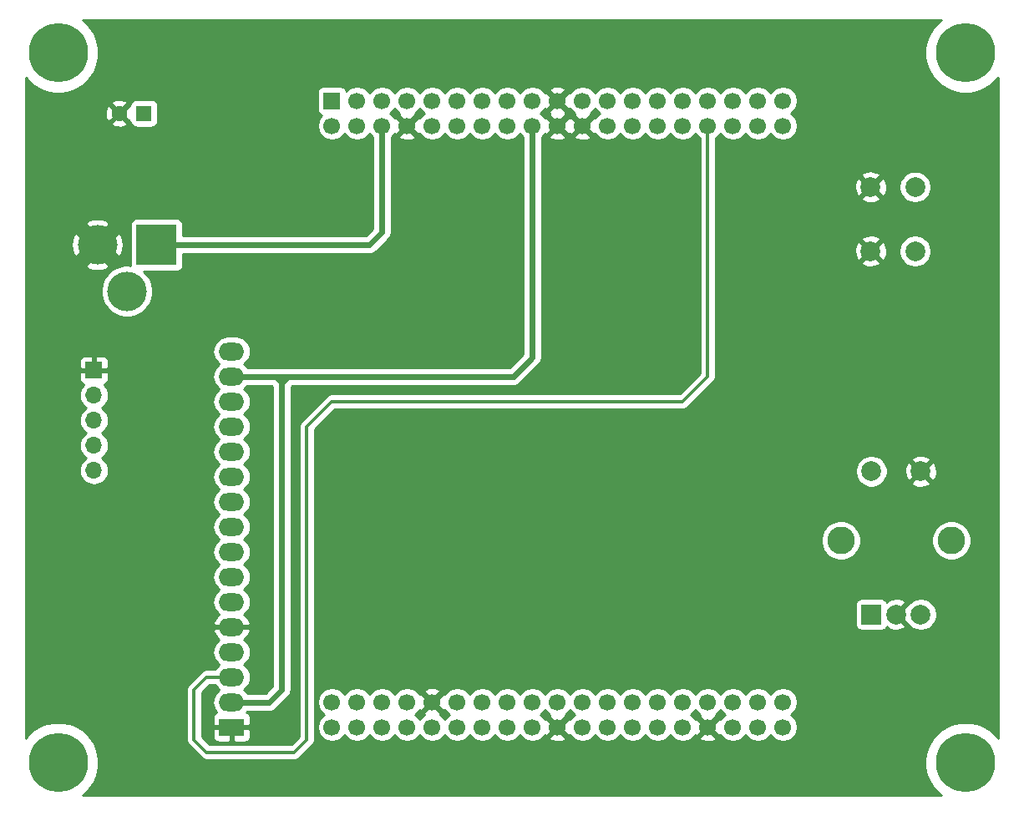
<source format=gbr>
G04 #@! TF.GenerationSoftware,KiCad,Pcbnew,(5.0.1)-3*
G04 #@! TF.CreationDate,2018-11-23T15:23:08+01:00*
G04 #@! TF.ProjectId,hwpboard,687770626F6172642E6B696361645F70,rev?*
G04 #@! TF.SameCoordinates,PX67c4f10PY2830160*
G04 #@! TF.FileFunction,Copper,L2,Bot,Signal*
G04 #@! TF.FilePolarity,Positive*
%FSLAX45Y45*%
G04 Gerber Fmt 4.5, Leading zero omitted, Abs format (unit mm)*
G04 Created by KiCad (PCBNEW (5.0.1)-3) date 23/11/2018 15:23:08*
%MOMM*%
%LPD*%
G01*
G04 APERTURE LIST*
G04 #@! TA.AperFunction,ComponentPad*
%ADD10R,2.600000X1.800000*%
G04 #@! TD*
G04 #@! TA.AperFunction,ComponentPad*
%ADD11O,2.600000X1.800000*%
G04 #@! TD*
G04 #@! TA.AperFunction,ComponentPad*
%ADD12C,1.700000*%
G04 #@! TD*
G04 #@! TA.AperFunction,ComponentPad*
%ADD13R,1.700000X1.700000*%
G04 #@! TD*
G04 #@! TA.AperFunction,ComponentPad*
%ADD14R,4.100000X4.100000*%
G04 #@! TD*
G04 #@! TA.AperFunction,ComponentPad*
%ADD15C,4.000000*%
G04 #@! TD*
G04 #@! TA.AperFunction,ComponentPad*
%ADD16C,6.000000*%
G04 #@! TD*
G04 #@! TA.AperFunction,ComponentPad*
%ADD17O,1.700000X1.700000*%
G04 #@! TD*
G04 #@! TA.AperFunction,ComponentPad*
%ADD18C,2.000000*%
G04 #@! TD*
G04 #@! TA.AperFunction,ComponentPad*
%ADD19C,2.800000*%
G04 #@! TD*
G04 #@! TA.AperFunction,ComponentPad*
%ADD20R,2.000000X2.000000*%
G04 #@! TD*
G04 #@! TA.AperFunction,ComponentPad*
%ADD21R,1.600000X1.600000*%
G04 #@! TD*
G04 #@! TA.AperFunction,ComponentPad*
%ADD22C,1.600000*%
G04 #@! TD*
G04 #@! TA.AperFunction,ViaPad*
%ADD23C,1.000000*%
G04 #@! TD*
G04 #@! TA.AperFunction,Conductor*
%ADD24C,0.609600*%
G04 #@! TD*
G04 #@! TA.AperFunction,Conductor*
%ADD25C,0.304800*%
G04 #@! TD*
G04 #@! TA.AperFunction,Conductor*
%ADD26C,0.254000*%
G04 #@! TD*
G04 APERTURE END LIST*
D10*
G04 #@! TO.P,LCD1,1*
G04 #@! TO.N,GND*
X2160000Y-7238000D03*
D11*
G04 #@! TO.P,LCD1,2*
G04 #@! TO.N,+5V*
X2160000Y-6984000D03*
G04 #@! TO.P,LCD1,3*
G04 #@! TO.N,DAC0*
X2160000Y-6730000D03*
G04 #@! TO.P,LCD1,4*
G04 #@! TO.N,RS*
X2160000Y-6476000D03*
G04 #@! TO.P,LCD1,5*
G04 #@! TO.N,GND*
X2160000Y-6222000D03*
G04 #@! TO.P,LCD1,6*
G04 #@! TO.N,E*
X2160000Y-5968000D03*
G04 #@! TO.P,LCD1,7*
G04 #@! TO.N,d0*
X2160000Y-5714000D03*
G04 #@! TO.P,LCD1,8*
G04 #@! TO.N,d1*
X2160000Y-5460000D03*
G04 #@! TO.P,LCD1,9*
G04 #@! TO.N,d2*
X2160000Y-5206000D03*
G04 #@! TO.P,LCD1,10*
G04 #@! TO.N,d3*
X2160000Y-4952000D03*
G04 #@! TO.P,LCD1,11*
G04 #@! TO.N,d4*
X2160000Y-4698000D03*
G04 #@! TO.P,LCD1,12*
G04 #@! TO.N,d5*
X2160000Y-4444000D03*
G04 #@! TO.P,LCD1,13*
G04 #@! TO.N,d6*
X2160000Y-4190000D03*
G04 #@! TO.P,LCD1,14*
G04 #@! TO.N,d7*
X2160000Y-3936000D03*
G04 #@! TO.P,LCD1,15*
G04 #@! TO.N,+5V*
X2160000Y-3682000D03*
G04 #@! TO.P,LCD1,16*
G04 #@! TO.N,brightness*
X2160000Y-3428000D03*
G04 #@! TD*
D12*
G04 #@! TO.P,NUCBRD1,76*
G04 #@! TO.N,N/C*
X7748000Y-7238000D03*
G04 #@! TO.P,NUCBRD1,75*
X7748000Y-6984000D03*
G04 #@! TO.P,NUCBRD1,74*
X7494000Y-7238000D03*
G04 #@! TO.P,NUCBRD1,73*
X7494000Y-6984000D03*
G04 #@! TO.P,NUCBRD1,72*
X7240000Y-7238000D03*
G04 #@! TO.P,NUCBRD1,71*
X7240000Y-6984000D03*
G04 #@! TO.P,NUCBRD1,70*
G04 #@! TO.N,GND*
X6986000Y-7238000D03*
G04 #@! TO.P,NUCBRD1,69*
G04 #@! TO.N,N/C*
X6986000Y-6984000D03*
G04 #@! TO.P,NUCBRD1,68*
X6732000Y-7238000D03*
G04 #@! TO.P,NUCBRD1,67*
G04 #@! TO.N,btn1*
X6732000Y-6984000D03*
G04 #@! TO.P,NUCBRD1,66*
G04 #@! TO.N,N/C*
X6478000Y-7238000D03*
G04 #@! TO.P,NUCBRD1,65*
G04 #@! TO.N,btn0*
X6478000Y-6984000D03*
G04 #@! TO.P,NUCBRD1,64*
G04 #@! TO.N,N/C*
X6224000Y-7238000D03*
G04 #@! TO.P,NUCBRD1,63*
G04 #@! TO.N,rotary0*
X6224000Y-6984000D03*
G04 #@! TO.P,NUCBRD1,62*
G04 #@! TO.N,N/C*
X5970000Y-7238000D03*
G04 #@! TO.P,NUCBRD1,61*
G04 #@! TO.N,rotary1*
X5970000Y-6984000D03*
G04 #@! TO.P,NUCBRD1,60*
G04 #@! TO.N,N/C*
X5716000Y-7238000D03*
G04 #@! TO.P,NUCBRD1,59*
X5716000Y-6984000D03*
G04 #@! TO.P,NUCBRD1,58*
G04 #@! TO.N,GND*
X5462000Y-7238000D03*
G04 #@! TO.P,NUCBRD1,57*
G04 #@! TO.N,N/C*
X5462000Y-6984000D03*
G04 #@! TO.P,NUCBRD1,56*
X5208000Y-7238000D03*
G04 #@! TO.P,NUCBRD1,55*
G04 #@! TO.N,d7*
X5208000Y-6984000D03*
G04 #@! TO.P,NUCBRD1,54*
G04 #@! TO.N,d6*
X4954000Y-7238000D03*
G04 #@! TO.P,NUCBRD1,53*
G04 #@! TO.N,d5*
X4954000Y-6984000D03*
G04 #@! TO.P,NUCBRD1,52*
G04 #@! TO.N,N/C*
X4700000Y-7238000D03*
G04 #@! TO.P,NUCBRD1,51*
G04 #@! TO.N,d4*
X4700000Y-6984000D03*
G04 #@! TO.P,NUCBRD1,50*
G04 #@! TO.N,N/C*
X4446000Y-7238000D03*
G04 #@! TO.P,NUCBRD1,49*
G04 #@! TO.N,d3*
X4446000Y-6984000D03*
G04 #@! TO.P,NUCBRD1,48*
G04 #@! TO.N,N/C*
X4192000Y-7238000D03*
G04 #@! TO.P,NUCBRD1,47*
G04 #@! TO.N,GND*
X4192000Y-6984000D03*
G04 #@! TO.P,NUCBRD1,46*
G04 #@! TO.N,N/C*
X3938000Y-7238000D03*
G04 #@! TO.P,NUCBRD1,45*
X3938000Y-6984000D03*
G04 #@! TO.P,NUCBRD1,44*
G04 #@! TO.N,d2*
X3684000Y-7238000D03*
G04 #@! TO.P,NUCBRD1,43*
G04 #@! TO.N,d1*
X3684000Y-6984000D03*
G04 #@! TO.P,NUCBRD1,42*
G04 #@! TO.N,d0*
X3430000Y-7238000D03*
G04 #@! TO.P,NUCBRD1,41*
G04 #@! TO.N,PWM_LCD*
X3430000Y-6984000D03*
G04 #@! TO.P,NUCBRD1,40*
G04 #@! TO.N,RS*
X3176000Y-7238000D03*
G04 #@! TO.P,NUCBRD1,39*
G04 #@! TO.N,E*
X3176000Y-6984000D03*
G04 #@! TO.P,NUCBRD1,38*
G04 #@! TO.N,humid_out*
X7748000Y-1142000D03*
G04 #@! TO.P,NUCBRD1,37*
G04 #@! TO.N,N/C*
X7748000Y-888000D03*
G04 #@! TO.P,NUCBRD1,36*
G04 #@! TO.N,temp_out*
X7494000Y-1142000D03*
G04 #@! TO.P,NUCBRD1,35*
G04 #@! TO.N,N/C*
X7494000Y-888000D03*
G04 #@! TO.P,NUCBRD1,34*
X7240000Y-1142000D03*
G04 #@! TO.P,NUCBRD1,33*
X7240000Y-888000D03*
G04 #@! TO.P,NUCBRD1,32*
G04 #@! TO.N,DAC0*
X6986000Y-1142000D03*
G04 #@! TO.P,NUCBRD1,31*
G04 #@! TO.N,N/C*
X6986000Y-888000D03*
G04 #@! TO.P,NUCBRD1,30*
X6732000Y-1142000D03*
G04 #@! TO.P,NUCBRD1,29*
X6732000Y-888000D03*
G04 #@! TO.P,NUCBRD1,28*
X6478000Y-1142000D03*
G04 #@! TO.P,NUCBRD1,27*
X6478000Y-888000D03*
G04 #@! TO.P,NUCBRD1,26*
X6224000Y-1142000D03*
G04 #@! TO.P,NUCBRD1,25*
X6224000Y-888000D03*
G04 #@! TO.P,NUCBRD1,24*
X5970000Y-1142000D03*
G04 #@! TO.P,NUCBRD1,23*
X5970000Y-888000D03*
G04 #@! TO.P,NUCBRD1,22*
G04 #@! TO.N,GND*
X5716000Y-1142000D03*
G04 #@! TO.P,NUCBRD1,21*
G04 #@! TO.N,PWM_sensor*
X5716000Y-888000D03*
G04 #@! TO.P,NUCBRD1,20*
G04 #@! TO.N,GND*
X5462000Y-1142000D03*
G04 #@! TO.P,NUCBRD1,19*
X5462000Y-888000D03*
G04 #@! TO.P,NUCBRD1,18*
G04 #@! TO.N,+5V*
X5208000Y-1142000D03*
G04 #@! TO.P,NUCBRD1,17*
G04 #@! TO.N,N/C*
X5208000Y-888000D03*
G04 #@! TO.P,NUCBRD1,16*
X4954000Y-1142000D03*
G04 #@! TO.P,NUCBRD1,15*
X4954000Y-888000D03*
G04 #@! TO.P,NUCBRD1,14*
X4700000Y-1142000D03*
G04 #@! TO.P,NUCBRD1,13*
X4700000Y-888000D03*
G04 #@! TO.P,NUCBRD1,12*
X4446000Y-1142000D03*
G04 #@! TO.P,NUCBRD1,11*
X4446000Y-888000D03*
G04 #@! TO.P,NUCBRD1,10*
X4192000Y-1142000D03*
G04 #@! TO.P,NUCBRD1,9*
X4192000Y-888000D03*
G04 #@! TO.P,NUCBRD1,8*
G04 #@! TO.N,GND*
X3938000Y-1142000D03*
G04 #@! TO.P,NUCBRD1,7*
G04 #@! TO.N,N/C*
X3938000Y-888000D03*
G04 #@! TO.P,NUCBRD1,6*
G04 #@! TO.N,Net-(C1-Pad2)*
X3684000Y-1142000D03*
G04 #@! TO.P,NUCBRD1,5*
G04 #@! TO.N,N/C*
X3684000Y-888000D03*
G04 #@! TO.P,NUCBRD1,4*
X3430000Y-1142000D03*
G04 #@! TO.P,NUCBRD1,3*
X3430000Y-888000D03*
G04 #@! TO.P,NUCBRD1,2*
G04 #@! TO.N,Sensor_enable*
X3176000Y-1142000D03*
D13*
G04 #@! TO.P,NUCBRD1,1*
G04 #@! TO.N,N/C*
X3176000Y-888000D03*
G04 #@! TD*
D14*
G04 #@! TO.P,J1,1*
G04 #@! TO.N,Net-(C1-Pad2)*
X1398000Y-2348500D03*
D15*
G04 #@! TO.P,J1,2*
G04 #@! TO.N,GND*
X798000Y-2348500D03*
G04 #@! TO.P,J1,3*
G04 #@! TO.N,N/C*
X1098000Y-2818500D03*
G04 #@! TD*
D16*
G04 #@! TO.P,J2,1*
G04 #@! TO.N,N/C*
X400000Y-400000D03*
G04 #@! TD*
G04 #@! TO.P,J3,1*
G04 #@! TO.N,N/C*
X400000Y-7600000D03*
G04 #@! TD*
G04 #@! TO.P,J4,1*
G04 #@! TO.N,N/C*
X9600000Y-400000D03*
G04 #@! TD*
G04 #@! TO.P,J5,1*
G04 #@! TO.N,N/C*
X9600000Y-7600000D03*
G04 #@! TD*
D13*
G04 #@! TO.P,MoistureSensor1,1*
G04 #@! TO.N,GND*
X763000Y-3618500D03*
D17*
G04 #@! TO.P,MoistureSensor1,2*
G04 #@! TO.N,PWM_sensor*
X763000Y-3872500D03*
G04 #@! TO.P,MoistureSensor1,3*
G04 #@! TO.N,temp_out*
X763000Y-4126500D03*
G04 #@! TO.P,MoistureSensor1,4*
G04 #@! TO.N,humid_out*
X763000Y-4380500D03*
G04 #@! TO.P,MoistureSensor1,5*
G04 #@! TO.N,Sensor_enable*
X763000Y-4634500D03*
G04 #@! TD*
D18*
G04 #@! TO.P,PushButton1,1*
G04 #@! TO.N,GND*
X8637000Y-1762000D03*
G04 #@! TO.P,PushButton1,2*
G04 #@! TO.N,btn1*
X9087000Y-1762000D03*
G04 #@! TO.P,PushButton1,1*
G04 #@! TO.N,GND*
X8637000Y-2412000D03*
G04 #@! TO.P,PushButton1,2*
G04 #@! TO.N,btn1*
X9087000Y-2412000D03*
G04 #@! TD*
G04 #@! TO.P,RotaryEncoder1,S2*
G04 #@! TO.N,GND*
X9145000Y-4645000D03*
G04 #@! TO.P,RotaryEncoder1,S1*
G04 #@! TO.N,btn0*
X8645000Y-4645000D03*
D19*
G04 #@! TO.P,RotaryEncoder1,MP*
G04 #@! TO.N,N/C*
X9455000Y-5345000D03*
X8335000Y-5345000D03*
D18*
G04 #@! TO.P,RotaryEncoder1,B*
G04 #@! TO.N,rotary1*
X9145000Y-6095000D03*
G04 #@! TO.P,RotaryEncoder1,C*
G04 #@! TO.N,GND*
X8895000Y-6095000D03*
D20*
G04 #@! TO.P,RotaryEncoder1,A*
G04 #@! TO.N,rotary0*
X8645000Y-6095000D03*
G04 #@! TD*
D21*
G04 #@! TO.P,C3,1*
G04 #@! TO.N,Net-(C1-Pad2)*
X1271000Y-1015000D03*
D22*
G04 #@! TO.P,C3,2*
G04 #@! TO.N,GND*
X1021000Y-1015000D03*
G04 #@! TD*
D23*
G04 #@! TO.N,GND*
X1906000Y-5206000D03*
G04 #@! TD*
D24*
G04 #@! TO.N,+5V*
X5208000Y-1142000D02*
X5208000Y-3491500D01*
X5208000Y-3491500D02*
X5017500Y-3682000D01*
X2541000Y-6984000D02*
X2668000Y-6857000D01*
X2160000Y-6984000D02*
X2541000Y-6984000D01*
X2668000Y-3745500D02*
X2731500Y-3682000D01*
X5017500Y-3682000D02*
X2731500Y-3682000D01*
X2668000Y-3745500D02*
X2668000Y-3682000D01*
X2731500Y-3682000D02*
X2668000Y-3682000D01*
X2668000Y-6857000D02*
X2668000Y-3745500D01*
X2668000Y-3745500D02*
X2604500Y-3682000D01*
X2668000Y-3682000D02*
X2604500Y-3682000D01*
X2604500Y-3682000D02*
X2160000Y-3682000D01*
D25*
G04 #@! TO.N,DAC0*
X6986000Y-3682000D02*
X6986000Y-3628555D01*
X2922000Y-7365000D02*
X2922000Y-4190000D01*
X6986000Y-3628555D02*
X6986000Y-1142000D01*
X2160000Y-6730000D02*
X1906000Y-6730000D01*
X6732000Y-3936000D02*
X6986000Y-3682000D01*
X3176000Y-3936000D02*
X6732000Y-3936000D01*
X2922000Y-4190000D02*
X3176000Y-3936000D01*
X1906000Y-6730000D02*
X1779000Y-6857000D01*
X1779000Y-7365000D02*
X1906000Y-7492000D01*
X1779000Y-6857000D02*
X1779000Y-7365000D01*
X1906000Y-7492000D02*
X2795000Y-7492000D01*
X2795000Y-7492000D02*
X2922000Y-7365000D01*
D24*
G04 #@! TO.N,Net-(C1-Pad2)*
X3684000Y-1142000D02*
X3684000Y-2221500D01*
X3557000Y-2348500D02*
X1398000Y-2348500D01*
X3684000Y-2221500D02*
X3557000Y-2348500D01*
G04 #@! TD*
D26*
G04 #@! TO.N,GND*
G36*
X9336919Y-79435D02*
X9279435Y-136919D01*
X9234270Y-204513D01*
X9203160Y-279620D01*
X9187300Y-359353D01*
X9187300Y-440647D01*
X9203160Y-520380D01*
X9234270Y-595487D01*
X9279435Y-663081D01*
X9336919Y-720565D01*
X9404513Y-765730D01*
X9479620Y-796840D01*
X9559353Y-812700D01*
X9640647Y-812700D01*
X9720380Y-796840D01*
X9795487Y-765730D01*
X9863081Y-720565D01*
X9920565Y-663081D01*
X9929000Y-650457D01*
X9929000Y-7349543D01*
X9920565Y-7336919D01*
X9863081Y-7279435D01*
X9795487Y-7234270D01*
X9720380Y-7203160D01*
X9640647Y-7187300D01*
X9559353Y-7187300D01*
X9479620Y-7203160D01*
X9404513Y-7234270D01*
X9336919Y-7279435D01*
X9279435Y-7336919D01*
X9234270Y-7404513D01*
X9203160Y-7479620D01*
X9187300Y-7559353D01*
X9187300Y-7640647D01*
X9203160Y-7720380D01*
X9234270Y-7795487D01*
X9279435Y-7863081D01*
X9336919Y-7920565D01*
X9349543Y-7929000D01*
X650457Y-7929000D01*
X663081Y-7920565D01*
X720565Y-7863081D01*
X765730Y-7795487D01*
X796840Y-7720380D01*
X812700Y-7640647D01*
X812700Y-7559353D01*
X796840Y-7479620D01*
X765730Y-7404513D01*
X720565Y-7336919D01*
X663081Y-7279435D01*
X595487Y-7234270D01*
X520380Y-7203160D01*
X440647Y-7187300D01*
X359353Y-7187300D01*
X279620Y-7203160D01*
X204513Y-7234270D01*
X136919Y-7279435D01*
X79435Y-7336919D01*
X71000Y-7349543D01*
X71000Y-3872500D01*
X613782Y-3872500D01*
X616649Y-3901611D01*
X625140Y-3929603D01*
X638929Y-3955401D01*
X657487Y-3978013D01*
X680099Y-3996571D01*
X685579Y-3999500D01*
X680099Y-4002429D01*
X657487Y-4020987D01*
X638929Y-4043599D01*
X625140Y-4069397D01*
X616649Y-4097389D01*
X613782Y-4126500D01*
X616649Y-4155611D01*
X625140Y-4183603D01*
X638929Y-4209401D01*
X657487Y-4232013D01*
X680099Y-4250571D01*
X685579Y-4253500D01*
X680099Y-4256429D01*
X657487Y-4274987D01*
X638929Y-4297599D01*
X625140Y-4323397D01*
X616649Y-4351389D01*
X613782Y-4380500D01*
X616649Y-4409611D01*
X625140Y-4437603D01*
X638929Y-4463401D01*
X657487Y-4486013D01*
X680099Y-4504571D01*
X685579Y-4507500D01*
X680099Y-4510429D01*
X657487Y-4528987D01*
X638929Y-4551599D01*
X625140Y-4577397D01*
X616649Y-4605389D01*
X613782Y-4634500D01*
X616649Y-4663611D01*
X625140Y-4691603D01*
X638929Y-4717401D01*
X657487Y-4740013D01*
X680099Y-4758571D01*
X705897Y-4772360D01*
X733889Y-4780851D01*
X755705Y-4783000D01*
X770295Y-4783000D01*
X792111Y-4780851D01*
X820103Y-4772360D01*
X845901Y-4758571D01*
X868513Y-4740013D01*
X887071Y-4717401D01*
X900860Y-4691603D01*
X909351Y-4663611D01*
X912218Y-4634500D01*
X909351Y-4605389D01*
X900860Y-4577397D01*
X887071Y-4551599D01*
X868513Y-4528987D01*
X845901Y-4510429D01*
X840421Y-4507500D01*
X845901Y-4504571D01*
X868513Y-4486013D01*
X887071Y-4463401D01*
X900860Y-4437603D01*
X909351Y-4409611D01*
X912218Y-4380500D01*
X909351Y-4351389D01*
X900860Y-4323397D01*
X887071Y-4297599D01*
X868513Y-4274987D01*
X845901Y-4256429D01*
X840421Y-4253500D01*
X845901Y-4250571D01*
X868513Y-4232013D01*
X887071Y-4209401D01*
X900860Y-4183603D01*
X909351Y-4155611D01*
X912218Y-4126500D01*
X909351Y-4097389D01*
X900860Y-4069397D01*
X887071Y-4043599D01*
X868513Y-4020987D01*
X845901Y-4002429D01*
X840421Y-3999500D01*
X845901Y-3996571D01*
X868513Y-3978013D01*
X887071Y-3955401D01*
X900860Y-3929603D01*
X909351Y-3901611D01*
X912218Y-3872500D01*
X909351Y-3843389D01*
X900860Y-3815397D01*
X887071Y-3789599D01*
X868513Y-3766987D01*
X865745Y-3764714D01*
X866522Y-3764560D01*
X878078Y-3759773D01*
X888479Y-3752824D01*
X897324Y-3743979D01*
X904273Y-3733578D01*
X909060Y-3722022D01*
X911500Y-3709754D01*
X911500Y-3647075D01*
X895625Y-3631200D01*
X775700Y-3631200D01*
X775700Y-3633200D01*
X750300Y-3633200D01*
X750300Y-3631200D01*
X630375Y-3631200D01*
X614500Y-3647075D01*
X614500Y-3709754D01*
X616940Y-3722022D01*
X621727Y-3733578D01*
X628676Y-3743979D01*
X637521Y-3752824D01*
X647922Y-3759773D01*
X659478Y-3764560D01*
X660255Y-3764714D01*
X657487Y-3766987D01*
X638929Y-3789599D01*
X625140Y-3815397D01*
X616649Y-3843389D01*
X613782Y-3872500D01*
X71000Y-3872500D01*
X71000Y-3527246D01*
X614500Y-3527246D01*
X614500Y-3589925D01*
X630375Y-3605800D01*
X750300Y-3605800D01*
X750300Y-3485875D01*
X775700Y-3485875D01*
X775700Y-3605800D01*
X895625Y-3605800D01*
X911500Y-3589925D01*
X911500Y-3527246D01*
X909060Y-3514978D01*
X904273Y-3503421D01*
X897324Y-3493021D01*
X888479Y-3484176D01*
X878078Y-3477227D01*
X866522Y-3472440D01*
X854254Y-3470000D01*
X791575Y-3470000D01*
X775700Y-3485875D01*
X750300Y-3485875D01*
X734425Y-3470000D01*
X671746Y-3470000D01*
X659478Y-3472440D01*
X647922Y-3477227D01*
X637521Y-3484176D01*
X628676Y-3493021D01*
X621727Y-3503421D01*
X616940Y-3514978D01*
X614500Y-3527246D01*
X71000Y-3527246D01*
X71000Y-2792548D01*
X834500Y-2792548D01*
X834500Y-2844452D01*
X844626Y-2895360D01*
X864489Y-2943314D01*
X893326Y-2986471D01*
X930028Y-3023174D01*
X973186Y-3052011D01*
X1021140Y-3071874D01*
X1072048Y-3082000D01*
X1123953Y-3082000D01*
X1174860Y-3071874D01*
X1222814Y-3052011D01*
X1265972Y-3023174D01*
X1302674Y-2986471D01*
X1331511Y-2943314D01*
X1351374Y-2895360D01*
X1361500Y-2844452D01*
X1361500Y-2792548D01*
X1351374Y-2741640D01*
X1331511Y-2693686D01*
X1302674Y-2650529D01*
X1269453Y-2617307D01*
X1603000Y-2617307D01*
X1615448Y-2616081D01*
X1627418Y-2612450D01*
X1638449Y-2606554D01*
X1648118Y-2598619D01*
X1656054Y-2588949D01*
X1661950Y-2577918D01*
X1665581Y-2565948D01*
X1666807Y-2553500D01*
X1666807Y-2442480D01*
X3552384Y-2442480D01*
X3557000Y-2442935D01*
X3561616Y-2442480D01*
X3561617Y-2442480D01*
X3575423Y-2441120D01*
X3593139Y-2435746D01*
X3609465Y-2427020D01*
X3623775Y-2415275D01*
X3626719Y-2411689D01*
X3747189Y-2291218D01*
X3750775Y-2288275D01*
X3762520Y-2273965D01*
X3771246Y-2257639D01*
X3776620Y-2239923D01*
X3777980Y-2226117D01*
X3777980Y-2226116D01*
X3778435Y-2221500D01*
X3777980Y-2216884D01*
X3777980Y-1257804D01*
X3778663Y-1257348D01*
X3791171Y-1244840D01*
X3853121Y-1244840D01*
X3860884Y-1269747D01*
X3887288Y-1282337D01*
X3915641Y-1289534D01*
X3944853Y-1291061D01*
X3973802Y-1286860D01*
X4001375Y-1277092D01*
X4015116Y-1269747D01*
X4022879Y-1244840D01*
X3938000Y-1159961D01*
X3853121Y-1244840D01*
X3791171Y-1244840D01*
X3799347Y-1236663D01*
X3810931Y-1219327D01*
X3835160Y-1226879D01*
X3920039Y-1142000D01*
X3835160Y-1057121D01*
X3810931Y-1064673D01*
X3799347Y-1047337D01*
X3778663Y-1026652D01*
X3761224Y-1015000D01*
X3778663Y-1003347D01*
X3799347Y-982663D01*
X3811000Y-965224D01*
X3822652Y-982663D01*
X3843337Y-1003347D01*
X3860673Y-1014931D01*
X3853121Y-1039160D01*
X3938000Y-1124040D01*
X4022879Y-1039160D01*
X4015327Y-1014931D01*
X4032663Y-1003347D01*
X4053347Y-982663D01*
X4065000Y-965224D01*
X4076652Y-982663D01*
X4097337Y-1003347D01*
X4114776Y-1015000D01*
X4097337Y-1026652D01*
X4076652Y-1047337D01*
X4065069Y-1064673D01*
X4040840Y-1057121D01*
X3955960Y-1142000D01*
X4040840Y-1226879D01*
X4065069Y-1219327D01*
X4076652Y-1236663D01*
X4097337Y-1257348D01*
X4121659Y-1273599D01*
X4148684Y-1284793D01*
X4177374Y-1290500D01*
X4206626Y-1290500D01*
X4235316Y-1284793D01*
X4262341Y-1273599D01*
X4286663Y-1257348D01*
X4307348Y-1236663D01*
X4319000Y-1219224D01*
X4330653Y-1236663D01*
X4351337Y-1257348D01*
X4375659Y-1273599D01*
X4402684Y-1284793D01*
X4431374Y-1290500D01*
X4460626Y-1290500D01*
X4489316Y-1284793D01*
X4516341Y-1273599D01*
X4540663Y-1257348D01*
X4561348Y-1236663D01*
X4573000Y-1219224D01*
X4584653Y-1236663D01*
X4605337Y-1257348D01*
X4629659Y-1273599D01*
X4656684Y-1284793D01*
X4685374Y-1290500D01*
X4714626Y-1290500D01*
X4743316Y-1284793D01*
X4770341Y-1273599D01*
X4794663Y-1257348D01*
X4815348Y-1236663D01*
X4827000Y-1219224D01*
X4838653Y-1236663D01*
X4859337Y-1257348D01*
X4883659Y-1273599D01*
X4910684Y-1284793D01*
X4939374Y-1290500D01*
X4968626Y-1290500D01*
X4997316Y-1284793D01*
X5024341Y-1273599D01*
X5048663Y-1257348D01*
X5069348Y-1236663D01*
X5081000Y-1219224D01*
X5092653Y-1236663D01*
X5113337Y-1257348D01*
X5114020Y-1257804D01*
X5114020Y-3452572D01*
X4978572Y-3588020D01*
X2736117Y-3588020D01*
X2731500Y-3587565D01*
X2726884Y-3588020D01*
X2672617Y-3588020D01*
X2668000Y-3587565D01*
X2663383Y-3588020D01*
X2609116Y-3588020D01*
X2604500Y-3587565D01*
X2599884Y-3588020D01*
X2321447Y-3588020D01*
X2309066Y-3572934D01*
X2287214Y-3555000D01*
X2309066Y-3537066D01*
X2328248Y-3513693D01*
X2342502Y-3487026D01*
X2351279Y-3458091D01*
X2354243Y-3428000D01*
X2351279Y-3397909D01*
X2342502Y-3368974D01*
X2328248Y-3342307D01*
X2309066Y-3318934D01*
X2285693Y-3299752D01*
X2259026Y-3285498D01*
X2230091Y-3276721D01*
X2207541Y-3274500D01*
X2112459Y-3274500D01*
X2089909Y-3276721D01*
X2060974Y-3285498D01*
X2034307Y-3299752D01*
X2010934Y-3318934D01*
X1991752Y-3342307D01*
X1977498Y-3368974D01*
X1968721Y-3397909D01*
X1965757Y-3428000D01*
X1968721Y-3458091D01*
X1977498Y-3487026D01*
X1991752Y-3513693D01*
X2010934Y-3537066D01*
X2032786Y-3555000D01*
X2010934Y-3572934D01*
X1991752Y-3596307D01*
X1977498Y-3622974D01*
X1968721Y-3651909D01*
X1965757Y-3682000D01*
X1968721Y-3712091D01*
X1977498Y-3741026D01*
X1991752Y-3767693D01*
X2010934Y-3791066D01*
X2032786Y-3809000D01*
X2010934Y-3826934D01*
X1991752Y-3850307D01*
X1977498Y-3876974D01*
X1968721Y-3905909D01*
X1965757Y-3936000D01*
X1968721Y-3966091D01*
X1977498Y-3995026D01*
X1991752Y-4021693D01*
X2010934Y-4045066D01*
X2032786Y-4063000D01*
X2010934Y-4080934D01*
X1991752Y-4104307D01*
X1977498Y-4130974D01*
X1968721Y-4159909D01*
X1965757Y-4190000D01*
X1968721Y-4220091D01*
X1977498Y-4249026D01*
X1991752Y-4275693D01*
X2010934Y-4299066D01*
X2032786Y-4317000D01*
X2010934Y-4334934D01*
X1991752Y-4358307D01*
X1977498Y-4384974D01*
X1968721Y-4413909D01*
X1965757Y-4444000D01*
X1968721Y-4474091D01*
X1977498Y-4503026D01*
X1991752Y-4529693D01*
X2010934Y-4553066D01*
X2032786Y-4571000D01*
X2010934Y-4588934D01*
X1991752Y-4612307D01*
X1977498Y-4638974D01*
X1968721Y-4667909D01*
X1965757Y-4698000D01*
X1968721Y-4728091D01*
X1977498Y-4757026D01*
X1991752Y-4783693D01*
X2010934Y-4807066D01*
X2032786Y-4825000D01*
X2010934Y-4842934D01*
X1991752Y-4866307D01*
X1977498Y-4892974D01*
X1968721Y-4921909D01*
X1965757Y-4952000D01*
X1968721Y-4982091D01*
X1977498Y-5011026D01*
X1991752Y-5037693D01*
X2010934Y-5061066D01*
X2032786Y-5079000D01*
X2010934Y-5096934D01*
X1991752Y-5120307D01*
X1977498Y-5146974D01*
X1968721Y-5175909D01*
X1965757Y-5206000D01*
X1968721Y-5236091D01*
X1977498Y-5265026D01*
X1991752Y-5291693D01*
X2010934Y-5315066D01*
X2032786Y-5333000D01*
X2010934Y-5350934D01*
X1991752Y-5374307D01*
X1977498Y-5400974D01*
X1968721Y-5429909D01*
X1965757Y-5460000D01*
X1968721Y-5490091D01*
X1977498Y-5519026D01*
X1991752Y-5545693D01*
X2010934Y-5569066D01*
X2032786Y-5587000D01*
X2010934Y-5604934D01*
X1991752Y-5628307D01*
X1977498Y-5654974D01*
X1968721Y-5683909D01*
X1965757Y-5714000D01*
X1968721Y-5744091D01*
X1977498Y-5773026D01*
X1991752Y-5799693D01*
X2010934Y-5823066D01*
X2032786Y-5841000D01*
X2010934Y-5858934D01*
X1991752Y-5882307D01*
X1977498Y-5908974D01*
X1968721Y-5937909D01*
X1965757Y-5968000D01*
X1968721Y-5998091D01*
X1977498Y-6027026D01*
X1991752Y-6053693D01*
X2010934Y-6077066D01*
X2033369Y-6095478D01*
X2024160Y-6101425D01*
X2002479Y-6122439D01*
X1985314Y-6147280D01*
X1973324Y-6174991D01*
X1970896Y-6185526D01*
X1982962Y-6209300D01*
X2147300Y-6209300D01*
X2147300Y-6207300D01*
X2172700Y-6207300D01*
X2172700Y-6209300D01*
X2337038Y-6209300D01*
X2349104Y-6185526D01*
X2346676Y-6174991D01*
X2334686Y-6147280D01*
X2317521Y-6122439D01*
X2295840Y-6101425D01*
X2286631Y-6095478D01*
X2309066Y-6077066D01*
X2328248Y-6053693D01*
X2342502Y-6027026D01*
X2351279Y-5998091D01*
X2354243Y-5968000D01*
X2351279Y-5937909D01*
X2342502Y-5908974D01*
X2328248Y-5882307D01*
X2309066Y-5858934D01*
X2287214Y-5841000D01*
X2309066Y-5823066D01*
X2328248Y-5799693D01*
X2342502Y-5773026D01*
X2351279Y-5744091D01*
X2354243Y-5714000D01*
X2351279Y-5683909D01*
X2342502Y-5654974D01*
X2328248Y-5628307D01*
X2309066Y-5604934D01*
X2287214Y-5587000D01*
X2309066Y-5569066D01*
X2328248Y-5545693D01*
X2342502Y-5519026D01*
X2351279Y-5490091D01*
X2354243Y-5460000D01*
X2351279Y-5429909D01*
X2342502Y-5400974D01*
X2328248Y-5374307D01*
X2309066Y-5350934D01*
X2287214Y-5333000D01*
X2309066Y-5315066D01*
X2328248Y-5291693D01*
X2342502Y-5265026D01*
X2351279Y-5236091D01*
X2354243Y-5206000D01*
X2351279Y-5175909D01*
X2342502Y-5146974D01*
X2328248Y-5120307D01*
X2309066Y-5096934D01*
X2287214Y-5079000D01*
X2309066Y-5061066D01*
X2328248Y-5037693D01*
X2342502Y-5011026D01*
X2351279Y-4982091D01*
X2354243Y-4952000D01*
X2351279Y-4921909D01*
X2342502Y-4892974D01*
X2328248Y-4866307D01*
X2309066Y-4842934D01*
X2287214Y-4825000D01*
X2309066Y-4807066D01*
X2328248Y-4783693D01*
X2342502Y-4757026D01*
X2351279Y-4728091D01*
X2354243Y-4698000D01*
X2351279Y-4667909D01*
X2342502Y-4638974D01*
X2328248Y-4612307D01*
X2309066Y-4588934D01*
X2287214Y-4571000D01*
X2309066Y-4553066D01*
X2328248Y-4529693D01*
X2342502Y-4503026D01*
X2351279Y-4474091D01*
X2354243Y-4444000D01*
X2351279Y-4413909D01*
X2342502Y-4384974D01*
X2328248Y-4358307D01*
X2309066Y-4334934D01*
X2287214Y-4317000D01*
X2309066Y-4299066D01*
X2328248Y-4275693D01*
X2342502Y-4249026D01*
X2351279Y-4220091D01*
X2354243Y-4190000D01*
X2351279Y-4159909D01*
X2342502Y-4130974D01*
X2328248Y-4104307D01*
X2309066Y-4080934D01*
X2287214Y-4063000D01*
X2309066Y-4045066D01*
X2328248Y-4021693D01*
X2342502Y-3995026D01*
X2351279Y-3966091D01*
X2354243Y-3936000D01*
X2351279Y-3905909D01*
X2342502Y-3876974D01*
X2328248Y-3850307D01*
X2309066Y-3826934D01*
X2287214Y-3809000D01*
X2309066Y-3791066D01*
X2321447Y-3775980D01*
X2565572Y-3775980D01*
X2574020Y-3784428D01*
X2574020Y-6818072D01*
X2502072Y-6890020D01*
X2321447Y-6890020D01*
X2309066Y-6874934D01*
X2287214Y-6857000D01*
X2309066Y-6839066D01*
X2328248Y-6815693D01*
X2342502Y-6789026D01*
X2351279Y-6760091D01*
X2354243Y-6730000D01*
X2351279Y-6699909D01*
X2342502Y-6670974D01*
X2328248Y-6644307D01*
X2309066Y-6620934D01*
X2287214Y-6603000D01*
X2309066Y-6585066D01*
X2328248Y-6561693D01*
X2342502Y-6535026D01*
X2351279Y-6506091D01*
X2354243Y-6476000D01*
X2351279Y-6445909D01*
X2342502Y-6416974D01*
X2328248Y-6390307D01*
X2309066Y-6366934D01*
X2286631Y-6348522D01*
X2295840Y-6342575D01*
X2317521Y-6321561D01*
X2334686Y-6296720D01*
X2346676Y-6269009D01*
X2349104Y-6258474D01*
X2337038Y-6234700D01*
X2172700Y-6234700D01*
X2172700Y-6236700D01*
X2147300Y-6236700D01*
X2147300Y-6234700D01*
X1982962Y-6234700D01*
X1970896Y-6258474D01*
X1973324Y-6269009D01*
X1985314Y-6296720D01*
X2002479Y-6321561D01*
X2024160Y-6342575D01*
X2033369Y-6348522D01*
X2010934Y-6366934D01*
X1991752Y-6390307D01*
X1977498Y-6416974D01*
X1968721Y-6445909D01*
X1965757Y-6476000D01*
X1968721Y-6506091D01*
X1977498Y-6535026D01*
X1991752Y-6561693D01*
X2010934Y-6585066D01*
X2032786Y-6603000D01*
X2010934Y-6620934D01*
X1991752Y-6644307D01*
X1988036Y-6651260D01*
X1909866Y-6651260D01*
X1906000Y-6650879D01*
X1902134Y-6651260D01*
X1902133Y-6651260D01*
X1890564Y-6652399D01*
X1875722Y-6656902D01*
X1862043Y-6664213D01*
X1862043Y-6664213D01*
X1862043Y-6664213D01*
X1853057Y-6671588D01*
X1853057Y-6671588D01*
X1850053Y-6674053D01*
X1847588Y-6677057D01*
X1726058Y-6798587D01*
X1723053Y-6801053D01*
X1713213Y-6813043D01*
X1705902Y-6826722D01*
X1701399Y-6841564D01*
X1700260Y-6853133D01*
X1700260Y-6853134D01*
X1699879Y-6857000D01*
X1700260Y-6860866D01*
X1700260Y-7361133D01*
X1699879Y-7365000D01*
X1701399Y-7380436D01*
X1705902Y-7395278D01*
X1705902Y-7395278D01*
X1713213Y-7408957D01*
X1723053Y-7420947D01*
X1726057Y-7423412D01*
X1847588Y-7544943D01*
X1850053Y-7547947D01*
X1853057Y-7550412D01*
X1853057Y-7550412D01*
X1859405Y-7555622D01*
X1862043Y-7557787D01*
X1875722Y-7565098D01*
X1890564Y-7569601D01*
X1902133Y-7570740D01*
X1902134Y-7570740D01*
X1906000Y-7571121D01*
X1909866Y-7570740D01*
X2791134Y-7570740D01*
X2795000Y-7571121D01*
X2798866Y-7570740D01*
X2798867Y-7570740D01*
X2810436Y-7569601D01*
X2825278Y-7565098D01*
X2838957Y-7557787D01*
X2850947Y-7547947D01*
X2853413Y-7544942D01*
X2974943Y-7423412D01*
X2977947Y-7420947D01*
X2980412Y-7417943D01*
X2987786Y-7408957D01*
X2987787Y-7408957D01*
X2995098Y-7395278D01*
X2999601Y-7380436D01*
X3000740Y-7368867D01*
X3000740Y-7368866D01*
X3001121Y-7365000D01*
X3000740Y-7361134D01*
X3000740Y-6969374D01*
X3027500Y-6969374D01*
X3027500Y-6998626D01*
X3033207Y-7027316D01*
X3044401Y-7054341D01*
X3060652Y-7078663D01*
X3081337Y-7099347D01*
X3098776Y-7111000D01*
X3081337Y-7122652D01*
X3060652Y-7143337D01*
X3044401Y-7167659D01*
X3033207Y-7194684D01*
X3027500Y-7223374D01*
X3027500Y-7252626D01*
X3033207Y-7281316D01*
X3044401Y-7308341D01*
X3060652Y-7332663D01*
X3081337Y-7353347D01*
X3105659Y-7369599D01*
X3132684Y-7380793D01*
X3161374Y-7386500D01*
X3190626Y-7386500D01*
X3219316Y-7380793D01*
X3246341Y-7369599D01*
X3270663Y-7353347D01*
X3291347Y-7332663D01*
X3303000Y-7315224D01*
X3314652Y-7332663D01*
X3335337Y-7353347D01*
X3359659Y-7369599D01*
X3386684Y-7380793D01*
X3415374Y-7386500D01*
X3444626Y-7386500D01*
X3473316Y-7380793D01*
X3500341Y-7369599D01*
X3524663Y-7353347D01*
X3545347Y-7332663D01*
X3557000Y-7315224D01*
X3568652Y-7332663D01*
X3589337Y-7353347D01*
X3613659Y-7369599D01*
X3640684Y-7380793D01*
X3669374Y-7386500D01*
X3698626Y-7386500D01*
X3727316Y-7380793D01*
X3754341Y-7369599D01*
X3778663Y-7353347D01*
X3799347Y-7332663D01*
X3811000Y-7315224D01*
X3822652Y-7332663D01*
X3843337Y-7353347D01*
X3867659Y-7369599D01*
X3894684Y-7380793D01*
X3923374Y-7386500D01*
X3952626Y-7386500D01*
X3981316Y-7380793D01*
X4008341Y-7369599D01*
X4032663Y-7353347D01*
X4053347Y-7332663D01*
X4065000Y-7315224D01*
X4076652Y-7332663D01*
X4097337Y-7353347D01*
X4121659Y-7369599D01*
X4148684Y-7380793D01*
X4177374Y-7386500D01*
X4206626Y-7386500D01*
X4235316Y-7380793D01*
X4262341Y-7369599D01*
X4286663Y-7353347D01*
X4307348Y-7332663D01*
X4319000Y-7315224D01*
X4330653Y-7332663D01*
X4351337Y-7353347D01*
X4375659Y-7369599D01*
X4402684Y-7380793D01*
X4431374Y-7386500D01*
X4460626Y-7386500D01*
X4489316Y-7380793D01*
X4516341Y-7369599D01*
X4540663Y-7353347D01*
X4561348Y-7332663D01*
X4573000Y-7315224D01*
X4584653Y-7332663D01*
X4605337Y-7353347D01*
X4629659Y-7369599D01*
X4656684Y-7380793D01*
X4685374Y-7386500D01*
X4714626Y-7386500D01*
X4743316Y-7380793D01*
X4770341Y-7369599D01*
X4794663Y-7353347D01*
X4815348Y-7332663D01*
X4827000Y-7315224D01*
X4838653Y-7332663D01*
X4859337Y-7353347D01*
X4883659Y-7369599D01*
X4910684Y-7380793D01*
X4939374Y-7386500D01*
X4968626Y-7386500D01*
X4997316Y-7380793D01*
X5024341Y-7369599D01*
X5048663Y-7353347D01*
X5069348Y-7332663D01*
X5081000Y-7315224D01*
X5092653Y-7332663D01*
X5113337Y-7353347D01*
X5137659Y-7369599D01*
X5164684Y-7380793D01*
X5193374Y-7386500D01*
X5222626Y-7386500D01*
X5251316Y-7380793D01*
X5278341Y-7369599D01*
X5302663Y-7353347D01*
X5315171Y-7340840D01*
X5377121Y-7340840D01*
X5384884Y-7365747D01*
X5411288Y-7378337D01*
X5439641Y-7385534D01*
X5468853Y-7387061D01*
X5497802Y-7382860D01*
X5525375Y-7373092D01*
X5539116Y-7365747D01*
X5546879Y-7340840D01*
X5462000Y-7255960D01*
X5377121Y-7340840D01*
X5315171Y-7340840D01*
X5323348Y-7332663D01*
X5334931Y-7315327D01*
X5359160Y-7322879D01*
X5444040Y-7238000D01*
X5359160Y-7153121D01*
X5334931Y-7160673D01*
X5323348Y-7143337D01*
X5302663Y-7122652D01*
X5285224Y-7111000D01*
X5302663Y-7099347D01*
X5323348Y-7078663D01*
X5335000Y-7061224D01*
X5346653Y-7078663D01*
X5367337Y-7099347D01*
X5384673Y-7110931D01*
X5377121Y-7135160D01*
X5462000Y-7220039D01*
X5546879Y-7135160D01*
X5539327Y-7110931D01*
X5556663Y-7099347D01*
X5577348Y-7078663D01*
X5589000Y-7061224D01*
X5600652Y-7078663D01*
X5621337Y-7099347D01*
X5638776Y-7111000D01*
X5621337Y-7122652D01*
X5600652Y-7143337D01*
X5589069Y-7160673D01*
X5564840Y-7153121D01*
X5479961Y-7238000D01*
X5564840Y-7322879D01*
X5589069Y-7315327D01*
X5600652Y-7332663D01*
X5621337Y-7353347D01*
X5645659Y-7369599D01*
X5672684Y-7380793D01*
X5701374Y-7386500D01*
X5730626Y-7386500D01*
X5759316Y-7380793D01*
X5786341Y-7369599D01*
X5810663Y-7353347D01*
X5831347Y-7332663D01*
X5843000Y-7315224D01*
X5854652Y-7332663D01*
X5875337Y-7353347D01*
X5899659Y-7369599D01*
X5926684Y-7380793D01*
X5955374Y-7386500D01*
X5984626Y-7386500D01*
X6013316Y-7380793D01*
X6040341Y-7369599D01*
X6064663Y-7353347D01*
X6085347Y-7332663D01*
X6097000Y-7315224D01*
X6108652Y-7332663D01*
X6129337Y-7353347D01*
X6153659Y-7369599D01*
X6180684Y-7380793D01*
X6209374Y-7386500D01*
X6238626Y-7386500D01*
X6267316Y-7380793D01*
X6294341Y-7369599D01*
X6318663Y-7353347D01*
X6339347Y-7332663D01*
X6351000Y-7315224D01*
X6362652Y-7332663D01*
X6383337Y-7353347D01*
X6407659Y-7369599D01*
X6434684Y-7380793D01*
X6463374Y-7386500D01*
X6492626Y-7386500D01*
X6521316Y-7380793D01*
X6548341Y-7369599D01*
X6572663Y-7353347D01*
X6593347Y-7332663D01*
X6605000Y-7315224D01*
X6616652Y-7332663D01*
X6637337Y-7353347D01*
X6661659Y-7369599D01*
X6688684Y-7380793D01*
X6717374Y-7386500D01*
X6746626Y-7386500D01*
X6775316Y-7380793D01*
X6802341Y-7369599D01*
X6826663Y-7353347D01*
X6839171Y-7340840D01*
X6901121Y-7340840D01*
X6908884Y-7365747D01*
X6935288Y-7378337D01*
X6963641Y-7385534D01*
X6992853Y-7387061D01*
X7021802Y-7382860D01*
X7049375Y-7373092D01*
X7063116Y-7365747D01*
X7070879Y-7340840D01*
X6986000Y-7255960D01*
X6901121Y-7340840D01*
X6839171Y-7340840D01*
X6847347Y-7332663D01*
X6858931Y-7315327D01*
X6883160Y-7322879D01*
X6968039Y-7238000D01*
X6883160Y-7153121D01*
X6858931Y-7160673D01*
X6847347Y-7143337D01*
X6826663Y-7122652D01*
X6809224Y-7111000D01*
X6826663Y-7099347D01*
X6847347Y-7078663D01*
X6859000Y-7061224D01*
X6870652Y-7078663D01*
X6891337Y-7099347D01*
X6908673Y-7110931D01*
X6901121Y-7135160D01*
X6986000Y-7220039D01*
X7070879Y-7135160D01*
X7063327Y-7110931D01*
X7080663Y-7099347D01*
X7101347Y-7078663D01*
X7113000Y-7061224D01*
X7124652Y-7078663D01*
X7145337Y-7099347D01*
X7162776Y-7111000D01*
X7145337Y-7122652D01*
X7124652Y-7143337D01*
X7113069Y-7160673D01*
X7088840Y-7153121D01*
X7003960Y-7238000D01*
X7088840Y-7322879D01*
X7113069Y-7315327D01*
X7124652Y-7332663D01*
X7145337Y-7353347D01*
X7169659Y-7369599D01*
X7196684Y-7380793D01*
X7225374Y-7386500D01*
X7254626Y-7386500D01*
X7283316Y-7380793D01*
X7310341Y-7369599D01*
X7334663Y-7353347D01*
X7355347Y-7332663D01*
X7367000Y-7315224D01*
X7378652Y-7332663D01*
X7399337Y-7353347D01*
X7423659Y-7369599D01*
X7450684Y-7380793D01*
X7479374Y-7386500D01*
X7508626Y-7386500D01*
X7537316Y-7380793D01*
X7564341Y-7369599D01*
X7588663Y-7353347D01*
X7609347Y-7332663D01*
X7621000Y-7315224D01*
X7632652Y-7332663D01*
X7653337Y-7353347D01*
X7677659Y-7369599D01*
X7704684Y-7380793D01*
X7733374Y-7386500D01*
X7762626Y-7386500D01*
X7791316Y-7380793D01*
X7818341Y-7369599D01*
X7842663Y-7353347D01*
X7863347Y-7332663D01*
X7879599Y-7308341D01*
X7890793Y-7281316D01*
X7896500Y-7252626D01*
X7896500Y-7223374D01*
X7890793Y-7194684D01*
X7879599Y-7167659D01*
X7863347Y-7143337D01*
X7842663Y-7122652D01*
X7825224Y-7111000D01*
X7842663Y-7099347D01*
X7863347Y-7078663D01*
X7879599Y-7054341D01*
X7890793Y-7027316D01*
X7896500Y-6998626D01*
X7896500Y-6969374D01*
X7890793Y-6940684D01*
X7879599Y-6913659D01*
X7863347Y-6889337D01*
X7842663Y-6868652D01*
X7818341Y-6852401D01*
X7791316Y-6841207D01*
X7762626Y-6835500D01*
X7733374Y-6835500D01*
X7704684Y-6841207D01*
X7677659Y-6852401D01*
X7653337Y-6868652D01*
X7632652Y-6889337D01*
X7621000Y-6906776D01*
X7609347Y-6889337D01*
X7588663Y-6868652D01*
X7564341Y-6852401D01*
X7537316Y-6841207D01*
X7508626Y-6835500D01*
X7479374Y-6835500D01*
X7450684Y-6841207D01*
X7423659Y-6852401D01*
X7399337Y-6868652D01*
X7378652Y-6889337D01*
X7367000Y-6906776D01*
X7355347Y-6889337D01*
X7334663Y-6868652D01*
X7310341Y-6852401D01*
X7283316Y-6841207D01*
X7254626Y-6835500D01*
X7225374Y-6835500D01*
X7196684Y-6841207D01*
X7169659Y-6852401D01*
X7145337Y-6868652D01*
X7124652Y-6889337D01*
X7113000Y-6906776D01*
X7101347Y-6889337D01*
X7080663Y-6868652D01*
X7056341Y-6852401D01*
X7029316Y-6841207D01*
X7000626Y-6835500D01*
X6971374Y-6835500D01*
X6942684Y-6841207D01*
X6915659Y-6852401D01*
X6891337Y-6868652D01*
X6870652Y-6889337D01*
X6859000Y-6906776D01*
X6847347Y-6889337D01*
X6826663Y-6868652D01*
X6802341Y-6852401D01*
X6775316Y-6841207D01*
X6746626Y-6835500D01*
X6717374Y-6835500D01*
X6688684Y-6841207D01*
X6661659Y-6852401D01*
X6637337Y-6868652D01*
X6616652Y-6889337D01*
X6605000Y-6906776D01*
X6593347Y-6889337D01*
X6572663Y-6868652D01*
X6548341Y-6852401D01*
X6521316Y-6841207D01*
X6492626Y-6835500D01*
X6463374Y-6835500D01*
X6434684Y-6841207D01*
X6407659Y-6852401D01*
X6383337Y-6868652D01*
X6362652Y-6889337D01*
X6351000Y-6906776D01*
X6339347Y-6889337D01*
X6318663Y-6868652D01*
X6294341Y-6852401D01*
X6267316Y-6841207D01*
X6238626Y-6835500D01*
X6209374Y-6835500D01*
X6180684Y-6841207D01*
X6153659Y-6852401D01*
X6129337Y-6868652D01*
X6108652Y-6889337D01*
X6097000Y-6906776D01*
X6085347Y-6889337D01*
X6064663Y-6868652D01*
X6040341Y-6852401D01*
X6013316Y-6841207D01*
X5984626Y-6835500D01*
X5955374Y-6835500D01*
X5926684Y-6841207D01*
X5899659Y-6852401D01*
X5875337Y-6868652D01*
X5854652Y-6889337D01*
X5843000Y-6906776D01*
X5831347Y-6889337D01*
X5810663Y-6868652D01*
X5786341Y-6852401D01*
X5759316Y-6841207D01*
X5730626Y-6835500D01*
X5701374Y-6835500D01*
X5672684Y-6841207D01*
X5645659Y-6852401D01*
X5621337Y-6868652D01*
X5600652Y-6889337D01*
X5589000Y-6906776D01*
X5577348Y-6889337D01*
X5556663Y-6868652D01*
X5532341Y-6852401D01*
X5505316Y-6841207D01*
X5476626Y-6835500D01*
X5447374Y-6835500D01*
X5418684Y-6841207D01*
X5391659Y-6852401D01*
X5367337Y-6868652D01*
X5346653Y-6889337D01*
X5335000Y-6906776D01*
X5323348Y-6889337D01*
X5302663Y-6868652D01*
X5278341Y-6852401D01*
X5251316Y-6841207D01*
X5222626Y-6835500D01*
X5193374Y-6835500D01*
X5164684Y-6841207D01*
X5137659Y-6852401D01*
X5113337Y-6868652D01*
X5092653Y-6889337D01*
X5081000Y-6906776D01*
X5069348Y-6889337D01*
X5048663Y-6868652D01*
X5024341Y-6852401D01*
X4997316Y-6841207D01*
X4968626Y-6835500D01*
X4939374Y-6835500D01*
X4910684Y-6841207D01*
X4883659Y-6852401D01*
X4859337Y-6868652D01*
X4838653Y-6889337D01*
X4827000Y-6906776D01*
X4815348Y-6889337D01*
X4794663Y-6868652D01*
X4770341Y-6852401D01*
X4743316Y-6841207D01*
X4714626Y-6835500D01*
X4685374Y-6835500D01*
X4656684Y-6841207D01*
X4629659Y-6852401D01*
X4605337Y-6868652D01*
X4584653Y-6889337D01*
X4573000Y-6906776D01*
X4561348Y-6889337D01*
X4540663Y-6868652D01*
X4516341Y-6852401D01*
X4489316Y-6841207D01*
X4460626Y-6835500D01*
X4431374Y-6835500D01*
X4402684Y-6841207D01*
X4375659Y-6852401D01*
X4351337Y-6868652D01*
X4330653Y-6889337D01*
X4319069Y-6906673D01*
X4294840Y-6899121D01*
X4209961Y-6984000D01*
X4294840Y-7068879D01*
X4319069Y-7061327D01*
X4330653Y-7078663D01*
X4351337Y-7099347D01*
X4368776Y-7111000D01*
X4351337Y-7122652D01*
X4330653Y-7143337D01*
X4319000Y-7160776D01*
X4307348Y-7143337D01*
X4286663Y-7122652D01*
X4269327Y-7111069D01*
X4276879Y-7086840D01*
X4192000Y-7001960D01*
X4107121Y-7086840D01*
X4114673Y-7111069D01*
X4097337Y-7122652D01*
X4076652Y-7143337D01*
X4065000Y-7160776D01*
X4053347Y-7143337D01*
X4032663Y-7122652D01*
X4015224Y-7111000D01*
X4032663Y-7099347D01*
X4053347Y-7078663D01*
X4064931Y-7061327D01*
X4089160Y-7068879D01*
X4174039Y-6984000D01*
X4089160Y-6899121D01*
X4064931Y-6906673D01*
X4053347Y-6889337D01*
X4045171Y-6881160D01*
X4107121Y-6881160D01*
X4192000Y-6966039D01*
X4276879Y-6881160D01*
X4269116Y-6856253D01*
X4242712Y-6843663D01*
X4214359Y-6836466D01*
X4185147Y-6834939D01*
X4156198Y-6839140D01*
X4128625Y-6848908D01*
X4114884Y-6856253D01*
X4107121Y-6881160D01*
X4045171Y-6881160D01*
X4032663Y-6868652D01*
X4008341Y-6852401D01*
X3981316Y-6841207D01*
X3952626Y-6835500D01*
X3923374Y-6835500D01*
X3894684Y-6841207D01*
X3867659Y-6852401D01*
X3843337Y-6868652D01*
X3822652Y-6889337D01*
X3811000Y-6906776D01*
X3799347Y-6889337D01*
X3778663Y-6868652D01*
X3754341Y-6852401D01*
X3727316Y-6841207D01*
X3698626Y-6835500D01*
X3669374Y-6835500D01*
X3640684Y-6841207D01*
X3613659Y-6852401D01*
X3589337Y-6868652D01*
X3568652Y-6889337D01*
X3557000Y-6906776D01*
X3545347Y-6889337D01*
X3524663Y-6868652D01*
X3500341Y-6852401D01*
X3473316Y-6841207D01*
X3444626Y-6835500D01*
X3415374Y-6835500D01*
X3386684Y-6841207D01*
X3359659Y-6852401D01*
X3335337Y-6868652D01*
X3314652Y-6889337D01*
X3303000Y-6906776D01*
X3291347Y-6889337D01*
X3270663Y-6868652D01*
X3246341Y-6852401D01*
X3219316Y-6841207D01*
X3190626Y-6835500D01*
X3161374Y-6835500D01*
X3132684Y-6841207D01*
X3105659Y-6852401D01*
X3081337Y-6868652D01*
X3060652Y-6889337D01*
X3044401Y-6913659D01*
X3033207Y-6940684D01*
X3027500Y-6969374D01*
X3000740Y-6969374D01*
X3000740Y-5995000D01*
X8481193Y-5995000D01*
X8481193Y-6195000D01*
X8482419Y-6207448D01*
X8486050Y-6219418D01*
X8491946Y-6230449D01*
X8499882Y-6240118D01*
X8509551Y-6248054D01*
X8520582Y-6253950D01*
X8532552Y-6257581D01*
X8545000Y-6258807D01*
X8745000Y-6258807D01*
X8757448Y-6257581D01*
X8769418Y-6253950D01*
X8780449Y-6248054D01*
X8790119Y-6240118D01*
X8798054Y-6230449D01*
X8803598Y-6220078D01*
X8808996Y-6234981D01*
X8837957Y-6249070D01*
X8869111Y-6257238D01*
X8901260Y-6259172D01*
X8933168Y-6254796D01*
X8963609Y-6244279D01*
X8981004Y-6234981D01*
X8990581Y-6208541D01*
X8895000Y-6112960D01*
X8893586Y-6114375D01*
X8875625Y-6096414D01*
X8877040Y-6095000D01*
X8912961Y-6095000D01*
X9008541Y-6190581D01*
X9011508Y-6189506D01*
X9018001Y-6199225D01*
X9040775Y-6221999D01*
X9067554Y-6239892D01*
X9097309Y-6252217D01*
X9128897Y-6258500D01*
X9161103Y-6258500D01*
X9192691Y-6252217D01*
X9222446Y-6239892D01*
X9249225Y-6221999D01*
X9271999Y-6199225D01*
X9289892Y-6172446D01*
X9302217Y-6142691D01*
X9308500Y-6111103D01*
X9308500Y-6078897D01*
X9302217Y-6047309D01*
X9289892Y-6017554D01*
X9271999Y-5990775D01*
X9249225Y-5968001D01*
X9222446Y-5950108D01*
X9192691Y-5937783D01*
X9161103Y-5931500D01*
X9128897Y-5931500D01*
X9097309Y-5937783D01*
X9067554Y-5950108D01*
X9040775Y-5968001D01*
X9018001Y-5990775D01*
X9011508Y-6000493D01*
X9008541Y-5999419D01*
X8912961Y-6095000D01*
X8877040Y-6095000D01*
X8875625Y-6093586D01*
X8893586Y-6075625D01*
X8895000Y-6077039D01*
X8990581Y-5981459D01*
X8981004Y-5955019D01*
X8952043Y-5940930D01*
X8920889Y-5932762D01*
X8888741Y-5930828D01*
X8856833Y-5935204D01*
X8826391Y-5945720D01*
X8808996Y-5955019D01*
X8803598Y-5969922D01*
X8798054Y-5959551D01*
X8790119Y-5949881D01*
X8780449Y-5941946D01*
X8769418Y-5936050D01*
X8757448Y-5932419D01*
X8745000Y-5931193D01*
X8545000Y-5931193D01*
X8532552Y-5932419D01*
X8520582Y-5936050D01*
X8509551Y-5941946D01*
X8499882Y-5949881D01*
X8491946Y-5959551D01*
X8486050Y-5970582D01*
X8482419Y-5982552D01*
X8481193Y-5995000D01*
X3000740Y-5995000D01*
X3000740Y-5324957D01*
X8131500Y-5324957D01*
X8131500Y-5365043D01*
X8139320Y-5404359D01*
X8154661Y-5441393D01*
X8176931Y-5474724D01*
X8205276Y-5503069D01*
X8238607Y-5525339D01*
X8275641Y-5540680D01*
X8314957Y-5548500D01*
X8355043Y-5548500D01*
X8394359Y-5540680D01*
X8431393Y-5525339D01*
X8464724Y-5503069D01*
X8493069Y-5474724D01*
X8515339Y-5441393D01*
X8530680Y-5404359D01*
X8538500Y-5365043D01*
X8538500Y-5324957D01*
X9251500Y-5324957D01*
X9251500Y-5365043D01*
X9259320Y-5404359D01*
X9274661Y-5441393D01*
X9296931Y-5474724D01*
X9325276Y-5503069D01*
X9358607Y-5525339D01*
X9395641Y-5540680D01*
X9434957Y-5548500D01*
X9475043Y-5548500D01*
X9514359Y-5540680D01*
X9551393Y-5525339D01*
X9584724Y-5503069D01*
X9613069Y-5474724D01*
X9635339Y-5441393D01*
X9650680Y-5404359D01*
X9658500Y-5365043D01*
X9658500Y-5324957D01*
X9650680Y-5285641D01*
X9635339Y-5248607D01*
X9613069Y-5215276D01*
X9584724Y-5186931D01*
X9551393Y-5164661D01*
X9514359Y-5149320D01*
X9475043Y-5141500D01*
X9434957Y-5141500D01*
X9395641Y-5149320D01*
X9358607Y-5164661D01*
X9325276Y-5186931D01*
X9296931Y-5215276D01*
X9274661Y-5248607D01*
X9259320Y-5285641D01*
X9251500Y-5324957D01*
X8538500Y-5324957D01*
X8530680Y-5285641D01*
X8515339Y-5248607D01*
X8493069Y-5215276D01*
X8464724Y-5186931D01*
X8431393Y-5164661D01*
X8394359Y-5149320D01*
X8355043Y-5141500D01*
X8314957Y-5141500D01*
X8275641Y-5149320D01*
X8238607Y-5164661D01*
X8205276Y-5186931D01*
X8176931Y-5215276D01*
X8154661Y-5248607D01*
X8139320Y-5285641D01*
X8131500Y-5324957D01*
X3000740Y-5324957D01*
X3000740Y-4628897D01*
X8481500Y-4628897D01*
X8481500Y-4661103D01*
X8487783Y-4692691D01*
X8500108Y-4722446D01*
X8518001Y-4749225D01*
X8540775Y-4771999D01*
X8567554Y-4789892D01*
X8597309Y-4802217D01*
X8628897Y-4808500D01*
X8661103Y-4808500D01*
X8692691Y-4802217D01*
X8722446Y-4789892D01*
X8749225Y-4771999D01*
X8762683Y-4758541D01*
X9049419Y-4758541D01*
X9058996Y-4784981D01*
X9087957Y-4799070D01*
X9119111Y-4807238D01*
X9151260Y-4809172D01*
X9183168Y-4804796D01*
X9213609Y-4794280D01*
X9231004Y-4784981D01*
X9240581Y-4758541D01*
X9145000Y-4662961D01*
X9049419Y-4758541D01*
X8762683Y-4758541D01*
X8771999Y-4749225D01*
X8789892Y-4722446D01*
X8802217Y-4692691D01*
X8808500Y-4661103D01*
X8808500Y-4651260D01*
X8980828Y-4651260D01*
X8985204Y-4683168D01*
X8995721Y-4713609D01*
X9005019Y-4731004D01*
X9031459Y-4740581D01*
X9127040Y-4645000D01*
X9162961Y-4645000D01*
X9258541Y-4740581D01*
X9284981Y-4731004D01*
X9299070Y-4702043D01*
X9307238Y-4670889D01*
X9309172Y-4638741D01*
X9304796Y-4606833D01*
X9294280Y-4576391D01*
X9284981Y-4558996D01*
X9258541Y-4549419D01*
X9162961Y-4645000D01*
X9127040Y-4645000D01*
X9031459Y-4549419D01*
X9005019Y-4558996D01*
X8990930Y-4587957D01*
X8982762Y-4619111D01*
X8980828Y-4651260D01*
X8808500Y-4651260D01*
X8808500Y-4628897D01*
X8802217Y-4597309D01*
X8789892Y-4567554D01*
X8771999Y-4540775D01*
X8762683Y-4531459D01*
X9049419Y-4531459D01*
X9145000Y-4627040D01*
X9240581Y-4531459D01*
X9231004Y-4505019D01*
X9202043Y-4490930D01*
X9170889Y-4482762D01*
X9138741Y-4480828D01*
X9106833Y-4485204D01*
X9076391Y-4495721D01*
X9058996Y-4505019D01*
X9049419Y-4531459D01*
X8762683Y-4531459D01*
X8749225Y-4518001D01*
X8722446Y-4500108D01*
X8692691Y-4487783D01*
X8661103Y-4481500D01*
X8628897Y-4481500D01*
X8597309Y-4487783D01*
X8567554Y-4500108D01*
X8540775Y-4518001D01*
X8518001Y-4540775D01*
X8500108Y-4567554D01*
X8487783Y-4597309D01*
X8481500Y-4628897D01*
X3000740Y-4628897D01*
X3000740Y-4222615D01*
X3208615Y-4014740D01*
X6728134Y-4014740D01*
X6732000Y-4015121D01*
X6735866Y-4014740D01*
X6735867Y-4014740D01*
X6747436Y-4013601D01*
X6762278Y-4009098D01*
X6775957Y-4001787D01*
X6787947Y-3991947D01*
X6790413Y-3988942D01*
X7038943Y-3740412D01*
X7041947Y-3737947D01*
X7044661Y-3734640D01*
X7051786Y-3725957D01*
X7051787Y-3725957D01*
X7059098Y-3712278D01*
X7063601Y-3697436D01*
X7064740Y-3685867D01*
X7064740Y-3685866D01*
X7065121Y-3682000D01*
X7064740Y-3678134D01*
X7064740Y-2525541D01*
X8541419Y-2525541D01*
X8550996Y-2551981D01*
X8579957Y-2566070D01*
X8611111Y-2574238D01*
X8643260Y-2576172D01*
X8675168Y-2571796D01*
X8705609Y-2561280D01*
X8723004Y-2551981D01*
X8732581Y-2525541D01*
X8637000Y-2429961D01*
X8541419Y-2525541D01*
X7064740Y-2525541D01*
X7064740Y-2418260D01*
X8472828Y-2418260D01*
X8477204Y-2450168D01*
X8487721Y-2480609D01*
X8497019Y-2498004D01*
X8523459Y-2507581D01*
X8619040Y-2412000D01*
X8654961Y-2412000D01*
X8750541Y-2507581D01*
X8776981Y-2498004D01*
X8791070Y-2469043D01*
X8799238Y-2437889D01*
X8801172Y-2405741D01*
X8799822Y-2395897D01*
X8923500Y-2395897D01*
X8923500Y-2428103D01*
X8929783Y-2459691D01*
X8942108Y-2489446D01*
X8960001Y-2516225D01*
X8982775Y-2538999D01*
X9009554Y-2556892D01*
X9039309Y-2569217D01*
X9070897Y-2575500D01*
X9103103Y-2575500D01*
X9134691Y-2569217D01*
X9164446Y-2556892D01*
X9191225Y-2538999D01*
X9213999Y-2516225D01*
X9231892Y-2489446D01*
X9244217Y-2459691D01*
X9250500Y-2428103D01*
X9250500Y-2395897D01*
X9244217Y-2364309D01*
X9231892Y-2334554D01*
X9213999Y-2307775D01*
X9191225Y-2285001D01*
X9164446Y-2267108D01*
X9134691Y-2254783D01*
X9103103Y-2248500D01*
X9070897Y-2248500D01*
X9039309Y-2254783D01*
X9009554Y-2267108D01*
X8982775Y-2285001D01*
X8960001Y-2307775D01*
X8942108Y-2334554D01*
X8929783Y-2364309D01*
X8923500Y-2395897D01*
X8799822Y-2395897D01*
X8796796Y-2373833D01*
X8786280Y-2343391D01*
X8776981Y-2325996D01*
X8750541Y-2316419D01*
X8654961Y-2412000D01*
X8619040Y-2412000D01*
X8523459Y-2316419D01*
X8497019Y-2325996D01*
X8482930Y-2354957D01*
X8474762Y-2386111D01*
X8472828Y-2418260D01*
X7064740Y-2418260D01*
X7064740Y-2298459D01*
X8541419Y-2298459D01*
X8637000Y-2394040D01*
X8732581Y-2298459D01*
X8723004Y-2272019D01*
X8694043Y-2257930D01*
X8662889Y-2249762D01*
X8630741Y-2247828D01*
X8598833Y-2252204D01*
X8568391Y-2262721D01*
X8550996Y-2272019D01*
X8541419Y-2298459D01*
X7064740Y-2298459D01*
X7064740Y-1875541D01*
X8541419Y-1875541D01*
X8550996Y-1901981D01*
X8579957Y-1916070D01*
X8611111Y-1924238D01*
X8643260Y-1926172D01*
X8675168Y-1921796D01*
X8705609Y-1911279D01*
X8723004Y-1901981D01*
X8732581Y-1875541D01*
X8637000Y-1779960D01*
X8541419Y-1875541D01*
X7064740Y-1875541D01*
X7064740Y-1768259D01*
X8472828Y-1768259D01*
X8477204Y-1800167D01*
X8487721Y-1830609D01*
X8497019Y-1848004D01*
X8523459Y-1857581D01*
X8619040Y-1762000D01*
X8654961Y-1762000D01*
X8750541Y-1857581D01*
X8776981Y-1848004D01*
X8791070Y-1819043D01*
X8799238Y-1787889D01*
X8801172Y-1755740D01*
X8799822Y-1745897D01*
X8923500Y-1745897D01*
X8923500Y-1778103D01*
X8929783Y-1809691D01*
X8942108Y-1839446D01*
X8960001Y-1866225D01*
X8982775Y-1888999D01*
X9009554Y-1906892D01*
X9039309Y-1919217D01*
X9070897Y-1925500D01*
X9103103Y-1925500D01*
X9134691Y-1919217D01*
X9164446Y-1906892D01*
X9191225Y-1888999D01*
X9213999Y-1866225D01*
X9231892Y-1839446D01*
X9244217Y-1809691D01*
X9250500Y-1778103D01*
X9250500Y-1745897D01*
X9244217Y-1714309D01*
X9231892Y-1684554D01*
X9213999Y-1657775D01*
X9191225Y-1635001D01*
X9164446Y-1617108D01*
X9134691Y-1604783D01*
X9103103Y-1598500D01*
X9070897Y-1598500D01*
X9039309Y-1604783D01*
X9009554Y-1617108D01*
X8982775Y-1635001D01*
X8960001Y-1657775D01*
X8942108Y-1684554D01*
X8929783Y-1714309D01*
X8923500Y-1745897D01*
X8799822Y-1745897D01*
X8796796Y-1723832D01*
X8786280Y-1693391D01*
X8776981Y-1675996D01*
X8750541Y-1666419D01*
X8654961Y-1762000D01*
X8619040Y-1762000D01*
X8523459Y-1666419D01*
X8497019Y-1675996D01*
X8482930Y-1704957D01*
X8474762Y-1736111D01*
X8472828Y-1768259D01*
X7064740Y-1768259D01*
X7064740Y-1648459D01*
X8541419Y-1648459D01*
X8637000Y-1744039D01*
X8732581Y-1648459D01*
X8723004Y-1622019D01*
X8694043Y-1607930D01*
X8662889Y-1599762D01*
X8630741Y-1597828D01*
X8598833Y-1602204D01*
X8568391Y-1612720D01*
X8550996Y-1622019D01*
X8541419Y-1648459D01*
X7064740Y-1648459D01*
X7064740Y-1267987D01*
X7080663Y-1257348D01*
X7101347Y-1236663D01*
X7113000Y-1219224D01*
X7124652Y-1236663D01*
X7145337Y-1257348D01*
X7169659Y-1273599D01*
X7196684Y-1284793D01*
X7225374Y-1290500D01*
X7254626Y-1290500D01*
X7283316Y-1284793D01*
X7310341Y-1273599D01*
X7334663Y-1257348D01*
X7355347Y-1236663D01*
X7367000Y-1219224D01*
X7378652Y-1236663D01*
X7399337Y-1257348D01*
X7423659Y-1273599D01*
X7450684Y-1284793D01*
X7479374Y-1290500D01*
X7508626Y-1290500D01*
X7537316Y-1284793D01*
X7564341Y-1273599D01*
X7588663Y-1257348D01*
X7609347Y-1236663D01*
X7621000Y-1219224D01*
X7632652Y-1236663D01*
X7653337Y-1257348D01*
X7677659Y-1273599D01*
X7704684Y-1284793D01*
X7733374Y-1290500D01*
X7762626Y-1290500D01*
X7791316Y-1284793D01*
X7818341Y-1273599D01*
X7842663Y-1257348D01*
X7863347Y-1236663D01*
X7879599Y-1212341D01*
X7890793Y-1185316D01*
X7896500Y-1156626D01*
X7896500Y-1127374D01*
X7890793Y-1098684D01*
X7879599Y-1071659D01*
X7863347Y-1047337D01*
X7842663Y-1026652D01*
X7825224Y-1015000D01*
X7842663Y-1003347D01*
X7863347Y-982663D01*
X7879599Y-958341D01*
X7890793Y-931316D01*
X7896500Y-902626D01*
X7896500Y-873374D01*
X7890793Y-844684D01*
X7879599Y-817659D01*
X7863347Y-793337D01*
X7842663Y-772652D01*
X7818341Y-756401D01*
X7791316Y-745207D01*
X7762626Y-739500D01*
X7733374Y-739500D01*
X7704684Y-745207D01*
X7677659Y-756401D01*
X7653337Y-772652D01*
X7632652Y-793337D01*
X7621000Y-810776D01*
X7609347Y-793337D01*
X7588663Y-772652D01*
X7564341Y-756401D01*
X7537316Y-745207D01*
X7508626Y-739500D01*
X7479374Y-739500D01*
X7450684Y-745207D01*
X7423659Y-756401D01*
X7399337Y-772652D01*
X7378652Y-793337D01*
X7367000Y-810776D01*
X7355347Y-793337D01*
X7334663Y-772652D01*
X7310341Y-756401D01*
X7283316Y-745207D01*
X7254626Y-739500D01*
X7225374Y-739500D01*
X7196684Y-745207D01*
X7169659Y-756401D01*
X7145337Y-772652D01*
X7124652Y-793337D01*
X7113000Y-810776D01*
X7101347Y-793337D01*
X7080663Y-772652D01*
X7056341Y-756401D01*
X7029316Y-745207D01*
X7000626Y-739500D01*
X6971374Y-739500D01*
X6942684Y-745207D01*
X6915659Y-756401D01*
X6891337Y-772652D01*
X6870652Y-793337D01*
X6859000Y-810776D01*
X6847347Y-793337D01*
X6826663Y-772652D01*
X6802341Y-756401D01*
X6775316Y-745207D01*
X6746626Y-739500D01*
X6717374Y-739500D01*
X6688684Y-745207D01*
X6661659Y-756401D01*
X6637337Y-772652D01*
X6616652Y-793337D01*
X6605000Y-810776D01*
X6593347Y-793337D01*
X6572663Y-772652D01*
X6548341Y-756401D01*
X6521316Y-745207D01*
X6492626Y-739500D01*
X6463374Y-739500D01*
X6434684Y-745207D01*
X6407659Y-756401D01*
X6383337Y-772652D01*
X6362652Y-793337D01*
X6351000Y-810776D01*
X6339347Y-793337D01*
X6318663Y-772652D01*
X6294341Y-756401D01*
X6267316Y-745207D01*
X6238626Y-739500D01*
X6209374Y-739500D01*
X6180684Y-745207D01*
X6153659Y-756401D01*
X6129337Y-772652D01*
X6108652Y-793337D01*
X6097000Y-810776D01*
X6085347Y-793337D01*
X6064663Y-772652D01*
X6040341Y-756401D01*
X6013316Y-745207D01*
X5984626Y-739500D01*
X5955374Y-739500D01*
X5926684Y-745207D01*
X5899659Y-756401D01*
X5875337Y-772652D01*
X5854652Y-793337D01*
X5843000Y-810776D01*
X5831347Y-793337D01*
X5810663Y-772652D01*
X5786341Y-756401D01*
X5759316Y-745207D01*
X5730626Y-739500D01*
X5701374Y-739500D01*
X5672684Y-745207D01*
X5645659Y-756401D01*
X5621337Y-772652D01*
X5600652Y-793337D01*
X5589069Y-810673D01*
X5564840Y-803121D01*
X5479961Y-888000D01*
X5564840Y-972879D01*
X5589069Y-965327D01*
X5600652Y-982663D01*
X5621337Y-1003347D01*
X5638673Y-1014931D01*
X5631121Y-1039160D01*
X5716000Y-1124040D01*
X5800879Y-1039160D01*
X5793327Y-1014931D01*
X5810663Y-1003347D01*
X5831347Y-982663D01*
X5843000Y-965224D01*
X5854652Y-982663D01*
X5875337Y-1003347D01*
X5892776Y-1015000D01*
X5875337Y-1026652D01*
X5854652Y-1047337D01*
X5843069Y-1064673D01*
X5818840Y-1057121D01*
X5733960Y-1142000D01*
X5818840Y-1226879D01*
X5843069Y-1219327D01*
X5854652Y-1236663D01*
X5875337Y-1257348D01*
X5899659Y-1273599D01*
X5926684Y-1284793D01*
X5955374Y-1290500D01*
X5984626Y-1290500D01*
X6013316Y-1284793D01*
X6040341Y-1273599D01*
X6064663Y-1257348D01*
X6085347Y-1236663D01*
X6097000Y-1219224D01*
X6108652Y-1236663D01*
X6129337Y-1257348D01*
X6153659Y-1273599D01*
X6180684Y-1284793D01*
X6209374Y-1290500D01*
X6238626Y-1290500D01*
X6267316Y-1284793D01*
X6294341Y-1273599D01*
X6318663Y-1257348D01*
X6339347Y-1236663D01*
X6351000Y-1219224D01*
X6362652Y-1236663D01*
X6383337Y-1257348D01*
X6407659Y-1273599D01*
X6434684Y-1284793D01*
X6463374Y-1290500D01*
X6492626Y-1290500D01*
X6521316Y-1284793D01*
X6548341Y-1273599D01*
X6572663Y-1257348D01*
X6593347Y-1236663D01*
X6605000Y-1219224D01*
X6616652Y-1236663D01*
X6637337Y-1257348D01*
X6661659Y-1273599D01*
X6688684Y-1284793D01*
X6717374Y-1290500D01*
X6746626Y-1290500D01*
X6775316Y-1284793D01*
X6802341Y-1273599D01*
X6826663Y-1257348D01*
X6847347Y-1236663D01*
X6859000Y-1219224D01*
X6870652Y-1236663D01*
X6891337Y-1257348D01*
X6907260Y-1267987D01*
X6907260Y-3624688D01*
X6907260Y-3649385D01*
X6699385Y-3857260D01*
X3179866Y-3857260D01*
X3176000Y-3856879D01*
X3172134Y-3857260D01*
X3172133Y-3857260D01*
X3160564Y-3858399D01*
X3145722Y-3862902D01*
X3132043Y-3870213D01*
X3132043Y-3870213D01*
X3132043Y-3870213D01*
X3123057Y-3877588D01*
X3123057Y-3877588D01*
X3120053Y-3880053D01*
X3117588Y-3883057D01*
X2869057Y-4131588D01*
X2866053Y-4134053D01*
X2863588Y-4137057D01*
X2856213Y-4146043D01*
X2848902Y-4159722D01*
X2844399Y-4174564D01*
X2842879Y-4190000D01*
X2843260Y-4193867D01*
X2843260Y-7332385D01*
X2762385Y-7413260D01*
X1938615Y-7413260D01*
X1857740Y-7332385D01*
X1857740Y-7266575D01*
X1966500Y-7266575D01*
X1966500Y-7334254D01*
X1968940Y-7346522D01*
X1973727Y-7358078D01*
X1980676Y-7368479D01*
X1989521Y-7377324D01*
X1999921Y-7384273D01*
X2011478Y-7389060D01*
X2023746Y-7391500D01*
X2131425Y-7391500D01*
X2147300Y-7375625D01*
X2147300Y-7250700D01*
X2172700Y-7250700D01*
X2172700Y-7375625D01*
X2188575Y-7391500D01*
X2296254Y-7391500D01*
X2308522Y-7389060D01*
X2320079Y-7384273D01*
X2330479Y-7377324D01*
X2339324Y-7368479D01*
X2346273Y-7358078D01*
X2351060Y-7346522D01*
X2353500Y-7334254D01*
X2353500Y-7266575D01*
X2337625Y-7250700D01*
X2172700Y-7250700D01*
X2147300Y-7250700D01*
X1982375Y-7250700D01*
X1966500Y-7266575D01*
X1857740Y-7266575D01*
X1857740Y-6889615D01*
X1938615Y-6808740D01*
X1988036Y-6808740D01*
X1991752Y-6815693D01*
X2010934Y-6839066D01*
X2032786Y-6857000D01*
X2010934Y-6874934D01*
X1991752Y-6898307D01*
X1977498Y-6924974D01*
X1968721Y-6953909D01*
X1965757Y-6984000D01*
X1968721Y-7014091D01*
X1977498Y-7043026D01*
X1991752Y-7069693D01*
X2007320Y-7088662D01*
X1999921Y-7091727D01*
X1989521Y-7098676D01*
X1980676Y-7107521D01*
X1973727Y-7117921D01*
X1968940Y-7129478D01*
X1966500Y-7141746D01*
X1966500Y-7209425D01*
X1982375Y-7225300D01*
X2147300Y-7225300D01*
X2147300Y-7223300D01*
X2172700Y-7223300D01*
X2172700Y-7225300D01*
X2337625Y-7225300D01*
X2353500Y-7209425D01*
X2353500Y-7141746D01*
X2351060Y-7129478D01*
X2346273Y-7117921D01*
X2339324Y-7107521D01*
X2330479Y-7098676D01*
X2320079Y-7091727D01*
X2312680Y-7088662D01*
X2321447Y-7077980D01*
X2536384Y-7077980D01*
X2541000Y-7078435D01*
X2545616Y-7077980D01*
X2545617Y-7077980D01*
X2559423Y-7076620D01*
X2577139Y-7071246D01*
X2593465Y-7062520D01*
X2607775Y-7050775D01*
X2610719Y-7047188D01*
X2731190Y-6926718D01*
X2734775Y-6923775D01*
X2746520Y-6909465D01*
X2755246Y-6893139D01*
X2760620Y-6875423D01*
X2761980Y-6861617D01*
X2761980Y-6861616D01*
X2762435Y-6857000D01*
X2761980Y-6852384D01*
X2761980Y-3784428D01*
X2770428Y-3775980D01*
X5012884Y-3775980D01*
X5017500Y-3776435D01*
X5022116Y-3775980D01*
X5022117Y-3775980D01*
X5035923Y-3774620D01*
X5053639Y-3769246D01*
X5069965Y-3760520D01*
X5084275Y-3748775D01*
X5087219Y-3745188D01*
X5271190Y-3561218D01*
X5274775Y-3558275D01*
X5282031Y-3549434D01*
X5286520Y-3543965D01*
X5295246Y-3527639D01*
X5295366Y-3527246D01*
X5300620Y-3509923D01*
X5301980Y-3496117D01*
X5301980Y-3496116D01*
X5302435Y-3491500D01*
X5301980Y-3486884D01*
X5301980Y-1257804D01*
X5302663Y-1257348D01*
X5315171Y-1244840D01*
X5377121Y-1244840D01*
X5384884Y-1269747D01*
X5411288Y-1282337D01*
X5439641Y-1289534D01*
X5468853Y-1291061D01*
X5497802Y-1286860D01*
X5525375Y-1277092D01*
X5539116Y-1269747D01*
X5546879Y-1244840D01*
X5631121Y-1244840D01*
X5638884Y-1269747D01*
X5665288Y-1282337D01*
X5693641Y-1289534D01*
X5722853Y-1291061D01*
X5751802Y-1286860D01*
X5779375Y-1277092D01*
X5793116Y-1269747D01*
X5800879Y-1244840D01*
X5716000Y-1159961D01*
X5631121Y-1244840D01*
X5546879Y-1244840D01*
X5462000Y-1159961D01*
X5377121Y-1244840D01*
X5315171Y-1244840D01*
X5323348Y-1236663D01*
X5334931Y-1219327D01*
X5359160Y-1226879D01*
X5444040Y-1142000D01*
X5479961Y-1142000D01*
X5564840Y-1226879D01*
X5589000Y-1219349D01*
X5613160Y-1226879D01*
X5698039Y-1142000D01*
X5613160Y-1057121D01*
X5589000Y-1064651D01*
X5564840Y-1057121D01*
X5479961Y-1142000D01*
X5444040Y-1142000D01*
X5359160Y-1057121D01*
X5334931Y-1064673D01*
X5323348Y-1047337D01*
X5302663Y-1026652D01*
X5285224Y-1015000D01*
X5302663Y-1003347D01*
X5315171Y-990840D01*
X5377121Y-990840D01*
X5384651Y-1015000D01*
X5377121Y-1039160D01*
X5462000Y-1124040D01*
X5546879Y-1039160D01*
X5539349Y-1015000D01*
X5546879Y-990840D01*
X5462000Y-905960D01*
X5377121Y-990840D01*
X5315171Y-990840D01*
X5323348Y-982663D01*
X5334931Y-965327D01*
X5359160Y-972879D01*
X5444040Y-888000D01*
X5359160Y-803121D01*
X5334931Y-810673D01*
X5323348Y-793337D01*
X5315171Y-785160D01*
X5377121Y-785160D01*
X5462000Y-870039D01*
X5546879Y-785160D01*
X5539116Y-760253D01*
X5512712Y-747663D01*
X5484359Y-740466D01*
X5455147Y-738939D01*
X5426198Y-743140D01*
X5398625Y-752908D01*
X5384884Y-760253D01*
X5377121Y-785160D01*
X5315171Y-785160D01*
X5302663Y-772652D01*
X5278341Y-756401D01*
X5251316Y-745207D01*
X5222626Y-739500D01*
X5193374Y-739500D01*
X5164684Y-745207D01*
X5137659Y-756401D01*
X5113337Y-772652D01*
X5092653Y-793337D01*
X5081000Y-810776D01*
X5069348Y-793337D01*
X5048663Y-772652D01*
X5024341Y-756401D01*
X4997316Y-745207D01*
X4968626Y-739500D01*
X4939374Y-739500D01*
X4910684Y-745207D01*
X4883659Y-756401D01*
X4859337Y-772652D01*
X4838653Y-793337D01*
X4827000Y-810776D01*
X4815348Y-793337D01*
X4794663Y-772652D01*
X4770341Y-756401D01*
X4743316Y-745207D01*
X4714626Y-739500D01*
X4685374Y-739500D01*
X4656684Y-745207D01*
X4629659Y-756401D01*
X4605337Y-772652D01*
X4584653Y-793337D01*
X4573000Y-810776D01*
X4561348Y-793337D01*
X4540663Y-772652D01*
X4516341Y-756401D01*
X4489316Y-745207D01*
X4460626Y-739500D01*
X4431374Y-739500D01*
X4402684Y-745207D01*
X4375659Y-756401D01*
X4351337Y-772652D01*
X4330653Y-793337D01*
X4319000Y-810776D01*
X4307348Y-793337D01*
X4286663Y-772652D01*
X4262341Y-756401D01*
X4235316Y-745207D01*
X4206626Y-739500D01*
X4177374Y-739500D01*
X4148684Y-745207D01*
X4121659Y-756401D01*
X4097337Y-772652D01*
X4076652Y-793337D01*
X4065000Y-810776D01*
X4053347Y-793337D01*
X4032663Y-772652D01*
X4008341Y-756401D01*
X3981316Y-745207D01*
X3952626Y-739500D01*
X3923374Y-739500D01*
X3894684Y-745207D01*
X3867659Y-756401D01*
X3843337Y-772652D01*
X3822652Y-793337D01*
X3811000Y-810776D01*
X3799347Y-793337D01*
X3778663Y-772652D01*
X3754341Y-756401D01*
X3727316Y-745207D01*
X3698626Y-739500D01*
X3669374Y-739500D01*
X3640684Y-745207D01*
X3613659Y-756401D01*
X3589337Y-772652D01*
X3568652Y-793337D01*
X3557000Y-810776D01*
X3545347Y-793337D01*
X3524663Y-772652D01*
X3500341Y-756401D01*
X3473316Y-745207D01*
X3444626Y-739500D01*
X3415374Y-739500D01*
X3386684Y-745207D01*
X3359659Y-756401D01*
X3335337Y-772652D01*
X3322151Y-785838D01*
X3319950Y-778582D01*
X3314054Y-767551D01*
X3306118Y-757881D01*
X3296449Y-749946D01*
X3285418Y-744050D01*
X3273448Y-740419D01*
X3261000Y-739193D01*
X3091000Y-739193D01*
X3078552Y-740419D01*
X3066582Y-744050D01*
X3055551Y-749946D01*
X3045881Y-757881D01*
X3037946Y-767551D01*
X3032050Y-778582D01*
X3028419Y-790552D01*
X3027193Y-803000D01*
X3027193Y-973000D01*
X3028419Y-985448D01*
X3032050Y-997418D01*
X3037946Y-1008449D01*
X3045881Y-1018118D01*
X3055551Y-1026054D01*
X3066582Y-1031950D01*
X3073838Y-1034151D01*
X3060652Y-1047337D01*
X3044401Y-1071659D01*
X3033207Y-1098684D01*
X3027500Y-1127374D01*
X3027500Y-1156626D01*
X3033207Y-1185316D01*
X3044401Y-1212341D01*
X3060652Y-1236663D01*
X3081337Y-1257348D01*
X3105659Y-1273599D01*
X3132684Y-1284793D01*
X3161374Y-1290500D01*
X3190626Y-1290500D01*
X3219316Y-1284793D01*
X3246341Y-1273599D01*
X3270663Y-1257348D01*
X3291347Y-1236663D01*
X3303000Y-1219224D01*
X3314652Y-1236663D01*
X3335337Y-1257348D01*
X3359659Y-1273599D01*
X3386684Y-1284793D01*
X3415374Y-1290500D01*
X3444626Y-1290500D01*
X3473316Y-1284793D01*
X3500341Y-1273599D01*
X3524663Y-1257348D01*
X3545347Y-1236663D01*
X3557000Y-1219224D01*
X3568652Y-1236663D01*
X3589337Y-1257348D01*
X3590020Y-1257804D01*
X3590020Y-2182572D01*
X3518072Y-2254520D01*
X1666807Y-2254520D01*
X1666807Y-2143500D01*
X1665581Y-2131052D01*
X1661950Y-2119082D01*
X1656054Y-2108051D01*
X1648118Y-2098382D01*
X1638449Y-2090446D01*
X1627418Y-2084550D01*
X1615448Y-2080919D01*
X1603000Y-2079693D01*
X1193000Y-2079693D01*
X1180552Y-2080919D01*
X1168582Y-2084550D01*
X1157551Y-2090446D01*
X1147882Y-2098382D01*
X1139946Y-2108051D01*
X1134050Y-2119082D01*
X1130419Y-2131052D01*
X1129193Y-2143500D01*
X1129193Y-2553500D01*
X1129448Y-2556093D01*
X1123953Y-2555000D01*
X1072048Y-2555000D01*
X1021140Y-2565126D01*
X973186Y-2584989D01*
X930028Y-2613826D01*
X893326Y-2650529D01*
X864489Y-2693686D01*
X844626Y-2741640D01*
X834500Y-2792548D01*
X71000Y-2792548D01*
X71000Y-2562949D01*
X671656Y-2562949D01*
X697140Y-2593312D01*
X746839Y-2608285D01*
X798503Y-2613275D01*
X850149Y-2608089D01*
X898860Y-2593312D01*
X924344Y-2562949D01*
X798000Y-2436606D01*
X671656Y-2562949D01*
X71000Y-2562949D01*
X71000Y-2349004D01*
X533226Y-2349004D01*
X538411Y-2400649D01*
X553188Y-2449360D01*
X583551Y-2474844D01*
X709894Y-2348500D01*
X886105Y-2348500D01*
X1012449Y-2474844D01*
X1042812Y-2449360D01*
X1057785Y-2399661D01*
X1062775Y-2347997D01*
X1057589Y-2296351D01*
X1042812Y-2247640D01*
X1012449Y-2222156D01*
X886105Y-2348500D01*
X709894Y-2348500D01*
X583551Y-2222156D01*
X553188Y-2247640D01*
X538215Y-2297339D01*
X533226Y-2349004D01*
X71000Y-2349004D01*
X71000Y-2134051D01*
X671656Y-2134051D01*
X798000Y-2260395D01*
X924344Y-2134051D01*
X898860Y-2103688D01*
X849161Y-2088715D01*
X797496Y-2083725D01*
X745851Y-2088911D01*
X697140Y-2103688D01*
X671656Y-2134051D01*
X71000Y-2134051D01*
X71000Y-1114270D01*
X939690Y-1114270D01*
X946849Y-1138667D01*
X972400Y-1150757D01*
X999818Y-1157630D01*
X1028051Y-1159022D01*
X1056013Y-1154879D01*
X1082629Y-1145360D01*
X1095151Y-1138667D01*
X1102310Y-1114270D01*
X1021000Y-1032960D01*
X939690Y-1114270D01*
X71000Y-1114270D01*
X71000Y-1022051D01*
X876978Y-1022051D01*
X881121Y-1050013D01*
X890640Y-1076629D01*
X897333Y-1089151D01*
X921730Y-1096310D01*
X1003039Y-1015000D01*
X1038960Y-1015000D01*
X1120270Y-1096310D01*
X1127193Y-1094279D01*
X1127193Y-1095000D01*
X1128419Y-1107448D01*
X1132050Y-1119418D01*
X1137946Y-1130449D01*
X1145882Y-1140119D01*
X1155551Y-1148054D01*
X1166582Y-1153950D01*
X1178552Y-1157581D01*
X1191000Y-1158807D01*
X1351000Y-1158807D01*
X1363448Y-1157581D01*
X1375418Y-1153950D01*
X1386449Y-1148054D01*
X1396119Y-1140119D01*
X1404054Y-1130449D01*
X1409950Y-1119418D01*
X1413581Y-1107448D01*
X1414807Y-1095000D01*
X1414807Y-935000D01*
X1413581Y-922552D01*
X1409950Y-910582D01*
X1404054Y-899551D01*
X1396119Y-889881D01*
X1386449Y-881946D01*
X1375418Y-876050D01*
X1363448Y-872419D01*
X1351000Y-871193D01*
X1191000Y-871193D01*
X1178552Y-872419D01*
X1166582Y-876050D01*
X1155551Y-881946D01*
X1145882Y-889881D01*
X1137946Y-899551D01*
X1132050Y-910582D01*
X1128419Y-922552D01*
X1127193Y-935000D01*
X1127193Y-935721D01*
X1120270Y-933690D01*
X1038960Y-1015000D01*
X1003039Y-1015000D01*
X921730Y-933690D01*
X897333Y-940849D01*
X885243Y-966400D01*
X878370Y-993818D01*
X876978Y-1022051D01*
X71000Y-1022051D01*
X71000Y-915730D01*
X939690Y-915730D01*
X1021000Y-997039D01*
X1102310Y-915730D01*
X1095151Y-891333D01*
X1069600Y-879243D01*
X1042182Y-872370D01*
X1013949Y-870978D01*
X985987Y-875121D01*
X959371Y-884640D01*
X946849Y-891333D01*
X939690Y-915730D01*
X71000Y-915730D01*
X71000Y-650457D01*
X79435Y-663081D01*
X136919Y-720565D01*
X204513Y-765730D01*
X279620Y-796840D01*
X359353Y-812700D01*
X440647Y-812700D01*
X520380Y-796840D01*
X595487Y-765730D01*
X663081Y-720565D01*
X720565Y-663081D01*
X765730Y-595487D01*
X796840Y-520380D01*
X812700Y-440647D01*
X812700Y-359353D01*
X796840Y-279620D01*
X765730Y-204513D01*
X720565Y-136919D01*
X663081Y-79435D01*
X650457Y-71000D01*
X9349543Y-71000D01*
X9336919Y-79435D01*
X9336919Y-79435D01*
G37*
X9336919Y-79435D02*
X9279435Y-136919D01*
X9234270Y-204513D01*
X9203160Y-279620D01*
X9187300Y-359353D01*
X9187300Y-440647D01*
X9203160Y-520380D01*
X9234270Y-595487D01*
X9279435Y-663081D01*
X9336919Y-720565D01*
X9404513Y-765730D01*
X9479620Y-796840D01*
X9559353Y-812700D01*
X9640647Y-812700D01*
X9720380Y-796840D01*
X9795487Y-765730D01*
X9863081Y-720565D01*
X9920565Y-663081D01*
X9929000Y-650457D01*
X9929000Y-7349543D01*
X9920565Y-7336919D01*
X9863081Y-7279435D01*
X9795487Y-7234270D01*
X9720380Y-7203160D01*
X9640647Y-7187300D01*
X9559353Y-7187300D01*
X9479620Y-7203160D01*
X9404513Y-7234270D01*
X9336919Y-7279435D01*
X9279435Y-7336919D01*
X9234270Y-7404513D01*
X9203160Y-7479620D01*
X9187300Y-7559353D01*
X9187300Y-7640647D01*
X9203160Y-7720380D01*
X9234270Y-7795487D01*
X9279435Y-7863081D01*
X9336919Y-7920565D01*
X9349543Y-7929000D01*
X650457Y-7929000D01*
X663081Y-7920565D01*
X720565Y-7863081D01*
X765730Y-7795487D01*
X796840Y-7720380D01*
X812700Y-7640647D01*
X812700Y-7559353D01*
X796840Y-7479620D01*
X765730Y-7404513D01*
X720565Y-7336919D01*
X663081Y-7279435D01*
X595487Y-7234270D01*
X520380Y-7203160D01*
X440647Y-7187300D01*
X359353Y-7187300D01*
X279620Y-7203160D01*
X204513Y-7234270D01*
X136919Y-7279435D01*
X79435Y-7336919D01*
X71000Y-7349543D01*
X71000Y-3872500D01*
X613782Y-3872500D01*
X616649Y-3901611D01*
X625140Y-3929603D01*
X638929Y-3955401D01*
X657487Y-3978013D01*
X680099Y-3996571D01*
X685579Y-3999500D01*
X680099Y-4002429D01*
X657487Y-4020987D01*
X638929Y-4043599D01*
X625140Y-4069397D01*
X616649Y-4097389D01*
X613782Y-4126500D01*
X616649Y-4155611D01*
X625140Y-4183603D01*
X638929Y-4209401D01*
X657487Y-4232013D01*
X680099Y-4250571D01*
X685579Y-4253500D01*
X680099Y-4256429D01*
X657487Y-4274987D01*
X638929Y-4297599D01*
X625140Y-4323397D01*
X616649Y-4351389D01*
X613782Y-4380500D01*
X616649Y-4409611D01*
X625140Y-4437603D01*
X638929Y-4463401D01*
X657487Y-4486013D01*
X680099Y-4504571D01*
X685579Y-4507500D01*
X680099Y-4510429D01*
X657487Y-4528987D01*
X638929Y-4551599D01*
X625140Y-4577397D01*
X616649Y-4605389D01*
X613782Y-4634500D01*
X616649Y-4663611D01*
X625140Y-4691603D01*
X638929Y-4717401D01*
X657487Y-4740013D01*
X680099Y-4758571D01*
X705897Y-4772360D01*
X733889Y-4780851D01*
X755705Y-4783000D01*
X770295Y-4783000D01*
X792111Y-4780851D01*
X820103Y-4772360D01*
X845901Y-4758571D01*
X868513Y-4740013D01*
X887071Y-4717401D01*
X900860Y-4691603D01*
X909351Y-4663611D01*
X912218Y-4634500D01*
X909351Y-4605389D01*
X900860Y-4577397D01*
X887071Y-4551599D01*
X868513Y-4528987D01*
X845901Y-4510429D01*
X840421Y-4507500D01*
X845901Y-4504571D01*
X868513Y-4486013D01*
X887071Y-4463401D01*
X900860Y-4437603D01*
X909351Y-4409611D01*
X912218Y-4380500D01*
X909351Y-4351389D01*
X900860Y-4323397D01*
X887071Y-4297599D01*
X868513Y-4274987D01*
X845901Y-4256429D01*
X840421Y-4253500D01*
X845901Y-4250571D01*
X868513Y-4232013D01*
X887071Y-4209401D01*
X900860Y-4183603D01*
X909351Y-4155611D01*
X912218Y-4126500D01*
X909351Y-4097389D01*
X900860Y-4069397D01*
X887071Y-4043599D01*
X868513Y-4020987D01*
X845901Y-4002429D01*
X840421Y-3999500D01*
X845901Y-3996571D01*
X868513Y-3978013D01*
X887071Y-3955401D01*
X900860Y-3929603D01*
X909351Y-3901611D01*
X912218Y-3872500D01*
X909351Y-3843389D01*
X900860Y-3815397D01*
X887071Y-3789599D01*
X868513Y-3766987D01*
X865745Y-3764714D01*
X866522Y-3764560D01*
X878078Y-3759773D01*
X888479Y-3752824D01*
X897324Y-3743979D01*
X904273Y-3733578D01*
X909060Y-3722022D01*
X911500Y-3709754D01*
X911500Y-3647075D01*
X895625Y-3631200D01*
X775700Y-3631200D01*
X775700Y-3633200D01*
X750300Y-3633200D01*
X750300Y-3631200D01*
X630375Y-3631200D01*
X614500Y-3647075D01*
X614500Y-3709754D01*
X616940Y-3722022D01*
X621727Y-3733578D01*
X628676Y-3743979D01*
X637521Y-3752824D01*
X647922Y-3759773D01*
X659478Y-3764560D01*
X660255Y-3764714D01*
X657487Y-3766987D01*
X638929Y-3789599D01*
X625140Y-3815397D01*
X616649Y-3843389D01*
X613782Y-3872500D01*
X71000Y-3872500D01*
X71000Y-3527246D01*
X614500Y-3527246D01*
X614500Y-3589925D01*
X630375Y-3605800D01*
X750300Y-3605800D01*
X750300Y-3485875D01*
X775700Y-3485875D01*
X775700Y-3605800D01*
X895625Y-3605800D01*
X911500Y-3589925D01*
X911500Y-3527246D01*
X909060Y-3514978D01*
X904273Y-3503421D01*
X897324Y-3493021D01*
X888479Y-3484176D01*
X878078Y-3477227D01*
X866522Y-3472440D01*
X854254Y-3470000D01*
X791575Y-3470000D01*
X775700Y-3485875D01*
X750300Y-3485875D01*
X734425Y-3470000D01*
X671746Y-3470000D01*
X659478Y-3472440D01*
X647922Y-3477227D01*
X637521Y-3484176D01*
X628676Y-3493021D01*
X621727Y-3503421D01*
X616940Y-3514978D01*
X614500Y-3527246D01*
X71000Y-3527246D01*
X71000Y-2792548D01*
X834500Y-2792548D01*
X834500Y-2844452D01*
X844626Y-2895360D01*
X864489Y-2943314D01*
X893326Y-2986471D01*
X930028Y-3023174D01*
X973186Y-3052011D01*
X1021140Y-3071874D01*
X1072048Y-3082000D01*
X1123953Y-3082000D01*
X1174860Y-3071874D01*
X1222814Y-3052011D01*
X1265972Y-3023174D01*
X1302674Y-2986471D01*
X1331511Y-2943314D01*
X1351374Y-2895360D01*
X1361500Y-2844452D01*
X1361500Y-2792548D01*
X1351374Y-2741640D01*
X1331511Y-2693686D01*
X1302674Y-2650529D01*
X1269453Y-2617307D01*
X1603000Y-2617307D01*
X1615448Y-2616081D01*
X1627418Y-2612450D01*
X1638449Y-2606554D01*
X1648118Y-2598619D01*
X1656054Y-2588949D01*
X1661950Y-2577918D01*
X1665581Y-2565948D01*
X1666807Y-2553500D01*
X1666807Y-2442480D01*
X3552384Y-2442480D01*
X3557000Y-2442935D01*
X3561616Y-2442480D01*
X3561617Y-2442480D01*
X3575423Y-2441120D01*
X3593139Y-2435746D01*
X3609465Y-2427020D01*
X3623775Y-2415275D01*
X3626719Y-2411689D01*
X3747189Y-2291218D01*
X3750775Y-2288275D01*
X3762520Y-2273965D01*
X3771246Y-2257639D01*
X3776620Y-2239923D01*
X3777980Y-2226117D01*
X3777980Y-2226116D01*
X3778435Y-2221500D01*
X3777980Y-2216884D01*
X3777980Y-1257804D01*
X3778663Y-1257348D01*
X3791171Y-1244840D01*
X3853121Y-1244840D01*
X3860884Y-1269747D01*
X3887288Y-1282337D01*
X3915641Y-1289534D01*
X3944853Y-1291061D01*
X3973802Y-1286860D01*
X4001375Y-1277092D01*
X4015116Y-1269747D01*
X4022879Y-1244840D01*
X3938000Y-1159961D01*
X3853121Y-1244840D01*
X3791171Y-1244840D01*
X3799347Y-1236663D01*
X3810931Y-1219327D01*
X3835160Y-1226879D01*
X3920039Y-1142000D01*
X3835160Y-1057121D01*
X3810931Y-1064673D01*
X3799347Y-1047337D01*
X3778663Y-1026652D01*
X3761224Y-1015000D01*
X3778663Y-1003347D01*
X3799347Y-982663D01*
X3811000Y-965224D01*
X3822652Y-982663D01*
X3843337Y-1003347D01*
X3860673Y-1014931D01*
X3853121Y-1039160D01*
X3938000Y-1124040D01*
X4022879Y-1039160D01*
X4015327Y-1014931D01*
X4032663Y-1003347D01*
X4053347Y-982663D01*
X4065000Y-965224D01*
X4076652Y-982663D01*
X4097337Y-1003347D01*
X4114776Y-1015000D01*
X4097337Y-1026652D01*
X4076652Y-1047337D01*
X4065069Y-1064673D01*
X4040840Y-1057121D01*
X3955960Y-1142000D01*
X4040840Y-1226879D01*
X4065069Y-1219327D01*
X4076652Y-1236663D01*
X4097337Y-1257348D01*
X4121659Y-1273599D01*
X4148684Y-1284793D01*
X4177374Y-1290500D01*
X4206626Y-1290500D01*
X4235316Y-1284793D01*
X4262341Y-1273599D01*
X4286663Y-1257348D01*
X4307348Y-1236663D01*
X4319000Y-1219224D01*
X4330653Y-1236663D01*
X4351337Y-1257348D01*
X4375659Y-1273599D01*
X4402684Y-1284793D01*
X4431374Y-1290500D01*
X4460626Y-1290500D01*
X4489316Y-1284793D01*
X4516341Y-1273599D01*
X4540663Y-1257348D01*
X4561348Y-1236663D01*
X4573000Y-1219224D01*
X4584653Y-1236663D01*
X4605337Y-1257348D01*
X4629659Y-1273599D01*
X4656684Y-1284793D01*
X4685374Y-1290500D01*
X4714626Y-1290500D01*
X4743316Y-1284793D01*
X4770341Y-1273599D01*
X4794663Y-1257348D01*
X4815348Y-1236663D01*
X4827000Y-1219224D01*
X4838653Y-1236663D01*
X4859337Y-1257348D01*
X4883659Y-1273599D01*
X4910684Y-1284793D01*
X4939374Y-1290500D01*
X4968626Y-1290500D01*
X4997316Y-1284793D01*
X5024341Y-1273599D01*
X5048663Y-1257348D01*
X5069348Y-1236663D01*
X5081000Y-1219224D01*
X5092653Y-1236663D01*
X5113337Y-1257348D01*
X5114020Y-1257804D01*
X5114020Y-3452572D01*
X4978572Y-3588020D01*
X2736117Y-3588020D01*
X2731500Y-3587565D01*
X2726884Y-3588020D01*
X2672617Y-3588020D01*
X2668000Y-3587565D01*
X2663383Y-3588020D01*
X2609116Y-3588020D01*
X2604500Y-3587565D01*
X2599884Y-3588020D01*
X2321447Y-3588020D01*
X2309066Y-3572934D01*
X2287214Y-3555000D01*
X2309066Y-3537066D01*
X2328248Y-3513693D01*
X2342502Y-3487026D01*
X2351279Y-3458091D01*
X2354243Y-3428000D01*
X2351279Y-3397909D01*
X2342502Y-3368974D01*
X2328248Y-3342307D01*
X2309066Y-3318934D01*
X2285693Y-3299752D01*
X2259026Y-3285498D01*
X2230091Y-3276721D01*
X2207541Y-3274500D01*
X2112459Y-3274500D01*
X2089909Y-3276721D01*
X2060974Y-3285498D01*
X2034307Y-3299752D01*
X2010934Y-3318934D01*
X1991752Y-3342307D01*
X1977498Y-3368974D01*
X1968721Y-3397909D01*
X1965757Y-3428000D01*
X1968721Y-3458091D01*
X1977498Y-3487026D01*
X1991752Y-3513693D01*
X2010934Y-3537066D01*
X2032786Y-3555000D01*
X2010934Y-3572934D01*
X1991752Y-3596307D01*
X1977498Y-3622974D01*
X1968721Y-3651909D01*
X1965757Y-3682000D01*
X1968721Y-3712091D01*
X1977498Y-3741026D01*
X1991752Y-3767693D01*
X2010934Y-3791066D01*
X2032786Y-3809000D01*
X2010934Y-3826934D01*
X1991752Y-3850307D01*
X1977498Y-3876974D01*
X1968721Y-3905909D01*
X1965757Y-3936000D01*
X1968721Y-3966091D01*
X1977498Y-3995026D01*
X1991752Y-4021693D01*
X2010934Y-4045066D01*
X2032786Y-4063000D01*
X2010934Y-4080934D01*
X1991752Y-4104307D01*
X1977498Y-4130974D01*
X1968721Y-4159909D01*
X1965757Y-4190000D01*
X1968721Y-4220091D01*
X1977498Y-4249026D01*
X1991752Y-4275693D01*
X2010934Y-4299066D01*
X2032786Y-4317000D01*
X2010934Y-4334934D01*
X1991752Y-4358307D01*
X1977498Y-4384974D01*
X1968721Y-4413909D01*
X1965757Y-4444000D01*
X1968721Y-4474091D01*
X1977498Y-4503026D01*
X1991752Y-4529693D01*
X2010934Y-4553066D01*
X2032786Y-4571000D01*
X2010934Y-4588934D01*
X1991752Y-4612307D01*
X1977498Y-4638974D01*
X1968721Y-4667909D01*
X1965757Y-4698000D01*
X1968721Y-4728091D01*
X1977498Y-4757026D01*
X1991752Y-4783693D01*
X2010934Y-4807066D01*
X2032786Y-4825000D01*
X2010934Y-4842934D01*
X1991752Y-4866307D01*
X1977498Y-4892974D01*
X1968721Y-4921909D01*
X1965757Y-4952000D01*
X1968721Y-4982091D01*
X1977498Y-5011026D01*
X1991752Y-5037693D01*
X2010934Y-5061066D01*
X2032786Y-5079000D01*
X2010934Y-5096934D01*
X1991752Y-5120307D01*
X1977498Y-5146974D01*
X1968721Y-5175909D01*
X1965757Y-5206000D01*
X1968721Y-5236091D01*
X1977498Y-5265026D01*
X1991752Y-5291693D01*
X2010934Y-5315066D01*
X2032786Y-5333000D01*
X2010934Y-5350934D01*
X1991752Y-5374307D01*
X1977498Y-5400974D01*
X1968721Y-5429909D01*
X1965757Y-5460000D01*
X1968721Y-5490091D01*
X1977498Y-5519026D01*
X1991752Y-5545693D01*
X2010934Y-5569066D01*
X2032786Y-5587000D01*
X2010934Y-5604934D01*
X1991752Y-5628307D01*
X1977498Y-5654974D01*
X1968721Y-5683909D01*
X1965757Y-5714000D01*
X1968721Y-5744091D01*
X1977498Y-5773026D01*
X1991752Y-5799693D01*
X2010934Y-5823066D01*
X2032786Y-5841000D01*
X2010934Y-5858934D01*
X1991752Y-5882307D01*
X1977498Y-5908974D01*
X1968721Y-5937909D01*
X1965757Y-5968000D01*
X1968721Y-5998091D01*
X1977498Y-6027026D01*
X1991752Y-6053693D01*
X2010934Y-6077066D01*
X2033369Y-6095478D01*
X2024160Y-6101425D01*
X2002479Y-6122439D01*
X1985314Y-6147280D01*
X1973324Y-6174991D01*
X1970896Y-6185526D01*
X1982962Y-6209300D01*
X2147300Y-6209300D01*
X2147300Y-6207300D01*
X2172700Y-6207300D01*
X2172700Y-6209300D01*
X2337038Y-6209300D01*
X2349104Y-6185526D01*
X2346676Y-6174991D01*
X2334686Y-6147280D01*
X2317521Y-6122439D01*
X2295840Y-6101425D01*
X2286631Y-6095478D01*
X2309066Y-6077066D01*
X2328248Y-6053693D01*
X2342502Y-6027026D01*
X2351279Y-5998091D01*
X2354243Y-5968000D01*
X2351279Y-5937909D01*
X2342502Y-5908974D01*
X2328248Y-5882307D01*
X2309066Y-5858934D01*
X2287214Y-5841000D01*
X2309066Y-5823066D01*
X2328248Y-5799693D01*
X2342502Y-5773026D01*
X2351279Y-5744091D01*
X2354243Y-5714000D01*
X2351279Y-5683909D01*
X2342502Y-5654974D01*
X2328248Y-5628307D01*
X2309066Y-5604934D01*
X2287214Y-5587000D01*
X2309066Y-5569066D01*
X2328248Y-5545693D01*
X2342502Y-5519026D01*
X2351279Y-5490091D01*
X2354243Y-5460000D01*
X2351279Y-5429909D01*
X2342502Y-5400974D01*
X2328248Y-5374307D01*
X2309066Y-5350934D01*
X2287214Y-5333000D01*
X2309066Y-5315066D01*
X2328248Y-5291693D01*
X2342502Y-5265026D01*
X2351279Y-5236091D01*
X2354243Y-5206000D01*
X2351279Y-5175909D01*
X2342502Y-5146974D01*
X2328248Y-5120307D01*
X2309066Y-5096934D01*
X2287214Y-5079000D01*
X2309066Y-5061066D01*
X2328248Y-5037693D01*
X2342502Y-5011026D01*
X2351279Y-4982091D01*
X2354243Y-4952000D01*
X2351279Y-4921909D01*
X2342502Y-4892974D01*
X2328248Y-4866307D01*
X2309066Y-4842934D01*
X2287214Y-4825000D01*
X2309066Y-4807066D01*
X2328248Y-4783693D01*
X2342502Y-4757026D01*
X2351279Y-4728091D01*
X2354243Y-4698000D01*
X2351279Y-4667909D01*
X2342502Y-4638974D01*
X2328248Y-4612307D01*
X2309066Y-4588934D01*
X2287214Y-4571000D01*
X2309066Y-4553066D01*
X2328248Y-4529693D01*
X2342502Y-4503026D01*
X2351279Y-4474091D01*
X2354243Y-4444000D01*
X2351279Y-4413909D01*
X2342502Y-4384974D01*
X2328248Y-4358307D01*
X2309066Y-4334934D01*
X2287214Y-4317000D01*
X2309066Y-4299066D01*
X2328248Y-4275693D01*
X2342502Y-4249026D01*
X2351279Y-4220091D01*
X2354243Y-4190000D01*
X2351279Y-4159909D01*
X2342502Y-4130974D01*
X2328248Y-4104307D01*
X2309066Y-4080934D01*
X2287214Y-4063000D01*
X2309066Y-4045066D01*
X2328248Y-4021693D01*
X2342502Y-3995026D01*
X2351279Y-3966091D01*
X2354243Y-3936000D01*
X2351279Y-3905909D01*
X2342502Y-3876974D01*
X2328248Y-3850307D01*
X2309066Y-3826934D01*
X2287214Y-3809000D01*
X2309066Y-3791066D01*
X2321447Y-3775980D01*
X2565572Y-3775980D01*
X2574020Y-3784428D01*
X2574020Y-6818072D01*
X2502072Y-6890020D01*
X2321447Y-6890020D01*
X2309066Y-6874934D01*
X2287214Y-6857000D01*
X2309066Y-6839066D01*
X2328248Y-6815693D01*
X2342502Y-6789026D01*
X2351279Y-6760091D01*
X2354243Y-6730000D01*
X2351279Y-6699909D01*
X2342502Y-6670974D01*
X2328248Y-6644307D01*
X2309066Y-6620934D01*
X2287214Y-6603000D01*
X2309066Y-6585066D01*
X2328248Y-6561693D01*
X2342502Y-6535026D01*
X2351279Y-6506091D01*
X2354243Y-6476000D01*
X2351279Y-6445909D01*
X2342502Y-6416974D01*
X2328248Y-6390307D01*
X2309066Y-6366934D01*
X2286631Y-6348522D01*
X2295840Y-6342575D01*
X2317521Y-6321561D01*
X2334686Y-6296720D01*
X2346676Y-6269009D01*
X2349104Y-6258474D01*
X2337038Y-6234700D01*
X2172700Y-6234700D01*
X2172700Y-6236700D01*
X2147300Y-6236700D01*
X2147300Y-6234700D01*
X1982962Y-6234700D01*
X1970896Y-6258474D01*
X1973324Y-6269009D01*
X1985314Y-6296720D01*
X2002479Y-6321561D01*
X2024160Y-6342575D01*
X2033369Y-6348522D01*
X2010934Y-6366934D01*
X1991752Y-6390307D01*
X1977498Y-6416974D01*
X1968721Y-6445909D01*
X1965757Y-6476000D01*
X1968721Y-6506091D01*
X1977498Y-6535026D01*
X1991752Y-6561693D01*
X2010934Y-6585066D01*
X2032786Y-6603000D01*
X2010934Y-6620934D01*
X1991752Y-6644307D01*
X1988036Y-6651260D01*
X1909866Y-6651260D01*
X1906000Y-6650879D01*
X1902134Y-6651260D01*
X1902133Y-6651260D01*
X1890564Y-6652399D01*
X1875722Y-6656902D01*
X1862043Y-6664213D01*
X1862043Y-6664213D01*
X1862043Y-6664213D01*
X1853057Y-6671588D01*
X1853057Y-6671588D01*
X1850053Y-6674053D01*
X1847588Y-6677057D01*
X1726058Y-6798587D01*
X1723053Y-6801053D01*
X1713213Y-6813043D01*
X1705902Y-6826722D01*
X1701399Y-6841564D01*
X1700260Y-6853133D01*
X1700260Y-6853134D01*
X1699879Y-6857000D01*
X1700260Y-6860866D01*
X1700260Y-7361133D01*
X1699879Y-7365000D01*
X1701399Y-7380436D01*
X1705902Y-7395278D01*
X1705902Y-7395278D01*
X1713213Y-7408957D01*
X1723053Y-7420947D01*
X1726057Y-7423412D01*
X1847588Y-7544943D01*
X1850053Y-7547947D01*
X1853057Y-7550412D01*
X1853057Y-7550412D01*
X1859405Y-7555622D01*
X1862043Y-7557787D01*
X1875722Y-7565098D01*
X1890564Y-7569601D01*
X1902133Y-7570740D01*
X1902134Y-7570740D01*
X1906000Y-7571121D01*
X1909866Y-7570740D01*
X2791134Y-7570740D01*
X2795000Y-7571121D01*
X2798866Y-7570740D01*
X2798867Y-7570740D01*
X2810436Y-7569601D01*
X2825278Y-7565098D01*
X2838957Y-7557787D01*
X2850947Y-7547947D01*
X2853413Y-7544942D01*
X2974943Y-7423412D01*
X2977947Y-7420947D01*
X2980412Y-7417943D01*
X2987786Y-7408957D01*
X2987787Y-7408957D01*
X2995098Y-7395278D01*
X2999601Y-7380436D01*
X3000740Y-7368867D01*
X3000740Y-7368866D01*
X3001121Y-7365000D01*
X3000740Y-7361134D01*
X3000740Y-6969374D01*
X3027500Y-6969374D01*
X3027500Y-6998626D01*
X3033207Y-7027316D01*
X3044401Y-7054341D01*
X3060652Y-7078663D01*
X3081337Y-7099347D01*
X3098776Y-7111000D01*
X3081337Y-7122652D01*
X3060652Y-7143337D01*
X3044401Y-7167659D01*
X3033207Y-7194684D01*
X3027500Y-7223374D01*
X3027500Y-7252626D01*
X3033207Y-7281316D01*
X3044401Y-7308341D01*
X3060652Y-7332663D01*
X3081337Y-7353347D01*
X3105659Y-7369599D01*
X3132684Y-7380793D01*
X3161374Y-7386500D01*
X3190626Y-7386500D01*
X3219316Y-7380793D01*
X3246341Y-7369599D01*
X3270663Y-7353347D01*
X3291347Y-7332663D01*
X3303000Y-7315224D01*
X3314652Y-7332663D01*
X3335337Y-7353347D01*
X3359659Y-7369599D01*
X3386684Y-7380793D01*
X3415374Y-7386500D01*
X3444626Y-7386500D01*
X3473316Y-7380793D01*
X3500341Y-7369599D01*
X3524663Y-7353347D01*
X3545347Y-7332663D01*
X3557000Y-7315224D01*
X3568652Y-7332663D01*
X3589337Y-7353347D01*
X3613659Y-7369599D01*
X3640684Y-7380793D01*
X3669374Y-7386500D01*
X3698626Y-7386500D01*
X3727316Y-7380793D01*
X3754341Y-7369599D01*
X3778663Y-7353347D01*
X3799347Y-7332663D01*
X3811000Y-7315224D01*
X3822652Y-7332663D01*
X3843337Y-7353347D01*
X3867659Y-7369599D01*
X3894684Y-7380793D01*
X3923374Y-7386500D01*
X3952626Y-7386500D01*
X3981316Y-7380793D01*
X4008341Y-7369599D01*
X4032663Y-7353347D01*
X4053347Y-7332663D01*
X4065000Y-7315224D01*
X4076652Y-7332663D01*
X4097337Y-7353347D01*
X4121659Y-7369599D01*
X4148684Y-7380793D01*
X4177374Y-7386500D01*
X4206626Y-7386500D01*
X4235316Y-7380793D01*
X4262341Y-7369599D01*
X4286663Y-7353347D01*
X4307348Y-7332663D01*
X4319000Y-7315224D01*
X4330653Y-7332663D01*
X4351337Y-7353347D01*
X4375659Y-7369599D01*
X4402684Y-7380793D01*
X4431374Y-7386500D01*
X4460626Y-7386500D01*
X4489316Y-7380793D01*
X4516341Y-7369599D01*
X4540663Y-7353347D01*
X4561348Y-7332663D01*
X4573000Y-7315224D01*
X4584653Y-7332663D01*
X4605337Y-7353347D01*
X4629659Y-7369599D01*
X4656684Y-7380793D01*
X4685374Y-7386500D01*
X4714626Y-7386500D01*
X4743316Y-7380793D01*
X4770341Y-7369599D01*
X4794663Y-7353347D01*
X4815348Y-7332663D01*
X4827000Y-7315224D01*
X4838653Y-7332663D01*
X4859337Y-7353347D01*
X4883659Y-7369599D01*
X4910684Y-7380793D01*
X4939374Y-7386500D01*
X4968626Y-7386500D01*
X4997316Y-7380793D01*
X5024341Y-7369599D01*
X5048663Y-7353347D01*
X5069348Y-7332663D01*
X5081000Y-7315224D01*
X5092653Y-7332663D01*
X5113337Y-7353347D01*
X5137659Y-7369599D01*
X5164684Y-7380793D01*
X5193374Y-7386500D01*
X5222626Y-7386500D01*
X5251316Y-7380793D01*
X5278341Y-7369599D01*
X5302663Y-7353347D01*
X5315171Y-7340840D01*
X5377121Y-7340840D01*
X5384884Y-7365747D01*
X5411288Y-7378337D01*
X5439641Y-7385534D01*
X5468853Y-7387061D01*
X5497802Y-7382860D01*
X5525375Y-7373092D01*
X5539116Y-7365747D01*
X5546879Y-7340840D01*
X5462000Y-7255960D01*
X5377121Y-7340840D01*
X5315171Y-7340840D01*
X5323348Y-7332663D01*
X5334931Y-7315327D01*
X5359160Y-7322879D01*
X5444040Y-7238000D01*
X5359160Y-7153121D01*
X5334931Y-7160673D01*
X5323348Y-7143337D01*
X5302663Y-7122652D01*
X5285224Y-7111000D01*
X5302663Y-7099347D01*
X5323348Y-7078663D01*
X5335000Y-7061224D01*
X5346653Y-7078663D01*
X5367337Y-7099347D01*
X5384673Y-7110931D01*
X5377121Y-7135160D01*
X5462000Y-7220039D01*
X5546879Y-7135160D01*
X5539327Y-7110931D01*
X5556663Y-7099347D01*
X5577348Y-7078663D01*
X5589000Y-7061224D01*
X5600652Y-7078663D01*
X5621337Y-7099347D01*
X5638776Y-7111000D01*
X5621337Y-7122652D01*
X5600652Y-7143337D01*
X5589069Y-7160673D01*
X5564840Y-7153121D01*
X5479961Y-7238000D01*
X5564840Y-7322879D01*
X5589069Y-7315327D01*
X5600652Y-7332663D01*
X5621337Y-7353347D01*
X5645659Y-7369599D01*
X5672684Y-7380793D01*
X5701374Y-7386500D01*
X5730626Y-7386500D01*
X5759316Y-7380793D01*
X5786341Y-7369599D01*
X5810663Y-7353347D01*
X5831347Y-7332663D01*
X5843000Y-7315224D01*
X5854652Y-7332663D01*
X5875337Y-7353347D01*
X5899659Y-7369599D01*
X5926684Y-7380793D01*
X5955374Y-7386500D01*
X5984626Y-7386500D01*
X6013316Y-7380793D01*
X6040341Y-7369599D01*
X6064663Y-7353347D01*
X6085347Y-7332663D01*
X6097000Y-7315224D01*
X6108652Y-7332663D01*
X6129337Y-7353347D01*
X6153659Y-7369599D01*
X6180684Y-7380793D01*
X6209374Y-7386500D01*
X6238626Y-7386500D01*
X6267316Y-7380793D01*
X6294341Y-7369599D01*
X6318663Y-7353347D01*
X6339347Y-7332663D01*
X6351000Y-7315224D01*
X6362652Y-7332663D01*
X6383337Y-7353347D01*
X6407659Y-7369599D01*
X6434684Y-7380793D01*
X6463374Y-7386500D01*
X6492626Y-7386500D01*
X6521316Y-7380793D01*
X6548341Y-7369599D01*
X6572663Y-7353347D01*
X6593347Y-7332663D01*
X6605000Y-7315224D01*
X6616652Y-7332663D01*
X6637337Y-7353347D01*
X6661659Y-7369599D01*
X6688684Y-7380793D01*
X6717374Y-7386500D01*
X6746626Y-7386500D01*
X6775316Y-7380793D01*
X6802341Y-7369599D01*
X6826663Y-7353347D01*
X6839171Y-7340840D01*
X6901121Y-7340840D01*
X6908884Y-7365747D01*
X6935288Y-7378337D01*
X6963641Y-7385534D01*
X6992853Y-7387061D01*
X7021802Y-7382860D01*
X7049375Y-7373092D01*
X7063116Y-7365747D01*
X7070879Y-7340840D01*
X6986000Y-7255960D01*
X6901121Y-7340840D01*
X6839171Y-7340840D01*
X6847347Y-7332663D01*
X6858931Y-7315327D01*
X6883160Y-7322879D01*
X6968039Y-7238000D01*
X6883160Y-7153121D01*
X6858931Y-7160673D01*
X6847347Y-7143337D01*
X6826663Y-7122652D01*
X6809224Y-7111000D01*
X6826663Y-7099347D01*
X6847347Y-7078663D01*
X6859000Y-7061224D01*
X6870652Y-7078663D01*
X6891337Y-7099347D01*
X6908673Y-7110931D01*
X6901121Y-7135160D01*
X6986000Y-7220039D01*
X7070879Y-7135160D01*
X7063327Y-7110931D01*
X7080663Y-7099347D01*
X7101347Y-7078663D01*
X7113000Y-7061224D01*
X7124652Y-7078663D01*
X7145337Y-7099347D01*
X7162776Y-7111000D01*
X7145337Y-7122652D01*
X7124652Y-7143337D01*
X7113069Y-7160673D01*
X7088840Y-7153121D01*
X7003960Y-7238000D01*
X7088840Y-7322879D01*
X7113069Y-7315327D01*
X7124652Y-7332663D01*
X7145337Y-7353347D01*
X7169659Y-7369599D01*
X7196684Y-7380793D01*
X7225374Y-7386500D01*
X7254626Y-7386500D01*
X7283316Y-7380793D01*
X7310341Y-7369599D01*
X7334663Y-7353347D01*
X7355347Y-7332663D01*
X7367000Y-7315224D01*
X7378652Y-7332663D01*
X7399337Y-7353347D01*
X7423659Y-7369599D01*
X7450684Y-7380793D01*
X7479374Y-7386500D01*
X7508626Y-7386500D01*
X7537316Y-7380793D01*
X7564341Y-7369599D01*
X7588663Y-7353347D01*
X7609347Y-7332663D01*
X7621000Y-7315224D01*
X7632652Y-7332663D01*
X7653337Y-7353347D01*
X7677659Y-7369599D01*
X7704684Y-7380793D01*
X7733374Y-7386500D01*
X7762626Y-7386500D01*
X7791316Y-7380793D01*
X7818341Y-7369599D01*
X7842663Y-7353347D01*
X7863347Y-7332663D01*
X7879599Y-7308341D01*
X7890793Y-7281316D01*
X7896500Y-7252626D01*
X7896500Y-7223374D01*
X7890793Y-7194684D01*
X7879599Y-7167659D01*
X7863347Y-7143337D01*
X7842663Y-7122652D01*
X7825224Y-7111000D01*
X7842663Y-7099347D01*
X7863347Y-7078663D01*
X7879599Y-7054341D01*
X7890793Y-7027316D01*
X7896500Y-6998626D01*
X7896500Y-6969374D01*
X7890793Y-6940684D01*
X7879599Y-6913659D01*
X7863347Y-6889337D01*
X7842663Y-6868652D01*
X7818341Y-6852401D01*
X7791316Y-6841207D01*
X7762626Y-6835500D01*
X7733374Y-6835500D01*
X7704684Y-6841207D01*
X7677659Y-6852401D01*
X7653337Y-6868652D01*
X7632652Y-6889337D01*
X7621000Y-6906776D01*
X7609347Y-6889337D01*
X7588663Y-6868652D01*
X7564341Y-6852401D01*
X7537316Y-6841207D01*
X7508626Y-6835500D01*
X7479374Y-6835500D01*
X7450684Y-6841207D01*
X7423659Y-6852401D01*
X7399337Y-6868652D01*
X7378652Y-6889337D01*
X7367000Y-6906776D01*
X7355347Y-6889337D01*
X7334663Y-6868652D01*
X7310341Y-6852401D01*
X7283316Y-6841207D01*
X7254626Y-6835500D01*
X7225374Y-6835500D01*
X7196684Y-6841207D01*
X7169659Y-6852401D01*
X7145337Y-6868652D01*
X7124652Y-6889337D01*
X7113000Y-6906776D01*
X7101347Y-6889337D01*
X7080663Y-6868652D01*
X7056341Y-6852401D01*
X7029316Y-6841207D01*
X7000626Y-6835500D01*
X6971374Y-6835500D01*
X6942684Y-6841207D01*
X6915659Y-6852401D01*
X6891337Y-6868652D01*
X6870652Y-6889337D01*
X6859000Y-6906776D01*
X6847347Y-6889337D01*
X6826663Y-6868652D01*
X6802341Y-6852401D01*
X6775316Y-6841207D01*
X6746626Y-6835500D01*
X6717374Y-6835500D01*
X6688684Y-6841207D01*
X6661659Y-6852401D01*
X6637337Y-6868652D01*
X6616652Y-6889337D01*
X6605000Y-6906776D01*
X6593347Y-6889337D01*
X6572663Y-6868652D01*
X6548341Y-6852401D01*
X6521316Y-6841207D01*
X6492626Y-6835500D01*
X6463374Y-6835500D01*
X6434684Y-6841207D01*
X6407659Y-6852401D01*
X6383337Y-6868652D01*
X6362652Y-6889337D01*
X6351000Y-6906776D01*
X6339347Y-6889337D01*
X6318663Y-6868652D01*
X6294341Y-6852401D01*
X6267316Y-6841207D01*
X6238626Y-6835500D01*
X6209374Y-6835500D01*
X6180684Y-6841207D01*
X6153659Y-6852401D01*
X6129337Y-6868652D01*
X6108652Y-6889337D01*
X6097000Y-6906776D01*
X6085347Y-6889337D01*
X6064663Y-6868652D01*
X6040341Y-6852401D01*
X6013316Y-6841207D01*
X5984626Y-6835500D01*
X5955374Y-6835500D01*
X5926684Y-6841207D01*
X5899659Y-6852401D01*
X5875337Y-6868652D01*
X5854652Y-6889337D01*
X5843000Y-6906776D01*
X5831347Y-6889337D01*
X5810663Y-6868652D01*
X5786341Y-6852401D01*
X5759316Y-6841207D01*
X5730626Y-6835500D01*
X5701374Y-6835500D01*
X5672684Y-6841207D01*
X5645659Y-6852401D01*
X5621337Y-6868652D01*
X5600652Y-6889337D01*
X5589000Y-6906776D01*
X5577348Y-6889337D01*
X5556663Y-6868652D01*
X5532341Y-6852401D01*
X5505316Y-6841207D01*
X5476626Y-6835500D01*
X5447374Y-6835500D01*
X5418684Y-6841207D01*
X5391659Y-6852401D01*
X5367337Y-6868652D01*
X5346653Y-6889337D01*
X5335000Y-6906776D01*
X5323348Y-6889337D01*
X5302663Y-6868652D01*
X5278341Y-6852401D01*
X5251316Y-6841207D01*
X5222626Y-6835500D01*
X5193374Y-6835500D01*
X5164684Y-6841207D01*
X5137659Y-6852401D01*
X5113337Y-6868652D01*
X5092653Y-6889337D01*
X5081000Y-6906776D01*
X5069348Y-6889337D01*
X5048663Y-6868652D01*
X5024341Y-6852401D01*
X4997316Y-6841207D01*
X4968626Y-6835500D01*
X4939374Y-6835500D01*
X4910684Y-6841207D01*
X4883659Y-6852401D01*
X4859337Y-6868652D01*
X4838653Y-6889337D01*
X4827000Y-6906776D01*
X4815348Y-6889337D01*
X4794663Y-6868652D01*
X4770341Y-6852401D01*
X4743316Y-6841207D01*
X4714626Y-6835500D01*
X4685374Y-6835500D01*
X4656684Y-6841207D01*
X4629659Y-6852401D01*
X4605337Y-6868652D01*
X4584653Y-6889337D01*
X4573000Y-6906776D01*
X4561348Y-6889337D01*
X4540663Y-6868652D01*
X4516341Y-6852401D01*
X4489316Y-6841207D01*
X4460626Y-6835500D01*
X4431374Y-6835500D01*
X4402684Y-6841207D01*
X4375659Y-6852401D01*
X4351337Y-6868652D01*
X4330653Y-6889337D01*
X4319069Y-6906673D01*
X4294840Y-6899121D01*
X4209961Y-6984000D01*
X4294840Y-7068879D01*
X4319069Y-7061327D01*
X4330653Y-7078663D01*
X4351337Y-7099347D01*
X4368776Y-7111000D01*
X4351337Y-7122652D01*
X4330653Y-7143337D01*
X4319000Y-7160776D01*
X4307348Y-7143337D01*
X4286663Y-7122652D01*
X4269327Y-7111069D01*
X4276879Y-7086840D01*
X4192000Y-7001960D01*
X4107121Y-7086840D01*
X4114673Y-7111069D01*
X4097337Y-7122652D01*
X4076652Y-7143337D01*
X4065000Y-7160776D01*
X4053347Y-7143337D01*
X4032663Y-7122652D01*
X4015224Y-7111000D01*
X4032663Y-7099347D01*
X4053347Y-7078663D01*
X4064931Y-7061327D01*
X4089160Y-7068879D01*
X4174039Y-6984000D01*
X4089160Y-6899121D01*
X4064931Y-6906673D01*
X4053347Y-6889337D01*
X4045171Y-6881160D01*
X4107121Y-6881160D01*
X4192000Y-6966039D01*
X4276879Y-6881160D01*
X4269116Y-6856253D01*
X4242712Y-6843663D01*
X4214359Y-6836466D01*
X4185147Y-6834939D01*
X4156198Y-6839140D01*
X4128625Y-6848908D01*
X4114884Y-6856253D01*
X4107121Y-6881160D01*
X4045171Y-6881160D01*
X4032663Y-6868652D01*
X4008341Y-6852401D01*
X3981316Y-6841207D01*
X3952626Y-6835500D01*
X3923374Y-6835500D01*
X3894684Y-6841207D01*
X3867659Y-6852401D01*
X3843337Y-6868652D01*
X3822652Y-6889337D01*
X3811000Y-6906776D01*
X3799347Y-6889337D01*
X3778663Y-6868652D01*
X3754341Y-6852401D01*
X3727316Y-6841207D01*
X3698626Y-6835500D01*
X3669374Y-6835500D01*
X3640684Y-6841207D01*
X3613659Y-6852401D01*
X3589337Y-6868652D01*
X3568652Y-6889337D01*
X3557000Y-6906776D01*
X3545347Y-6889337D01*
X3524663Y-6868652D01*
X3500341Y-6852401D01*
X3473316Y-6841207D01*
X3444626Y-6835500D01*
X3415374Y-6835500D01*
X3386684Y-6841207D01*
X3359659Y-6852401D01*
X3335337Y-6868652D01*
X3314652Y-6889337D01*
X3303000Y-6906776D01*
X3291347Y-6889337D01*
X3270663Y-6868652D01*
X3246341Y-6852401D01*
X3219316Y-6841207D01*
X3190626Y-6835500D01*
X3161374Y-6835500D01*
X3132684Y-6841207D01*
X3105659Y-6852401D01*
X3081337Y-6868652D01*
X3060652Y-6889337D01*
X3044401Y-6913659D01*
X3033207Y-6940684D01*
X3027500Y-6969374D01*
X3000740Y-6969374D01*
X3000740Y-5995000D01*
X8481193Y-5995000D01*
X8481193Y-6195000D01*
X8482419Y-6207448D01*
X8486050Y-6219418D01*
X8491946Y-6230449D01*
X8499882Y-6240118D01*
X8509551Y-6248054D01*
X8520582Y-6253950D01*
X8532552Y-6257581D01*
X8545000Y-6258807D01*
X8745000Y-6258807D01*
X8757448Y-6257581D01*
X8769418Y-6253950D01*
X8780449Y-6248054D01*
X8790119Y-6240118D01*
X8798054Y-6230449D01*
X8803598Y-6220078D01*
X8808996Y-6234981D01*
X8837957Y-6249070D01*
X8869111Y-6257238D01*
X8901260Y-6259172D01*
X8933168Y-6254796D01*
X8963609Y-6244279D01*
X8981004Y-6234981D01*
X8990581Y-6208541D01*
X8895000Y-6112960D01*
X8893586Y-6114375D01*
X8875625Y-6096414D01*
X8877040Y-6095000D01*
X8912961Y-6095000D01*
X9008541Y-6190581D01*
X9011508Y-6189506D01*
X9018001Y-6199225D01*
X9040775Y-6221999D01*
X9067554Y-6239892D01*
X9097309Y-6252217D01*
X9128897Y-6258500D01*
X9161103Y-6258500D01*
X9192691Y-6252217D01*
X9222446Y-6239892D01*
X9249225Y-6221999D01*
X9271999Y-6199225D01*
X9289892Y-6172446D01*
X9302217Y-6142691D01*
X9308500Y-6111103D01*
X9308500Y-6078897D01*
X9302217Y-6047309D01*
X9289892Y-6017554D01*
X9271999Y-5990775D01*
X9249225Y-5968001D01*
X9222446Y-5950108D01*
X9192691Y-5937783D01*
X9161103Y-5931500D01*
X9128897Y-5931500D01*
X9097309Y-5937783D01*
X9067554Y-5950108D01*
X9040775Y-5968001D01*
X9018001Y-5990775D01*
X9011508Y-6000493D01*
X9008541Y-5999419D01*
X8912961Y-6095000D01*
X8877040Y-6095000D01*
X8875625Y-6093586D01*
X8893586Y-6075625D01*
X8895000Y-6077039D01*
X8990581Y-5981459D01*
X8981004Y-5955019D01*
X8952043Y-5940930D01*
X8920889Y-5932762D01*
X8888741Y-5930828D01*
X8856833Y-5935204D01*
X8826391Y-5945720D01*
X8808996Y-5955019D01*
X8803598Y-5969922D01*
X8798054Y-5959551D01*
X8790119Y-5949881D01*
X8780449Y-5941946D01*
X8769418Y-5936050D01*
X8757448Y-5932419D01*
X8745000Y-5931193D01*
X8545000Y-5931193D01*
X8532552Y-5932419D01*
X8520582Y-5936050D01*
X8509551Y-5941946D01*
X8499882Y-5949881D01*
X8491946Y-5959551D01*
X8486050Y-5970582D01*
X8482419Y-5982552D01*
X8481193Y-5995000D01*
X3000740Y-5995000D01*
X3000740Y-5324957D01*
X8131500Y-5324957D01*
X8131500Y-5365043D01*
X8139320Y-5404359D01*
X8154661Y-5441393D01*
X8176931Y-5474724D01*
X8205276Y-5503069D01*
X8238607Y-5525339D01*
X8275641Y-5540680D01*
X8314957Y-5548500D01*
X8355043Y-5548500D01*
X8394359Y-5540680D01*
X8431393Y-5525339D01*
X8464724Y-5503069D01*
X8493069Y-5474724D01*
X8515339Y-5441393D01*
X8530680Y-5404359D01*
X8538500Y-5365043D01*
X8538500Y-5324957D01*
X9251500Y-5324957D01*
X9251500Y-5365043D01*
X9259320Y-5404359D01*
X9274661Y-5441393D01*
X9296931Y-5474724D01*
X9325276Y-5503069D01*
X9358607Y-5525339D01*
X9395641Y-5540680D01*
X9434957Y-5548500D01*
X9475043Y-5548500D01*
X9514359Y-5540680D01*
X9551393Y-5525339D01*
X9584724Y-5503069D01*
X9613069Y-5474724D01*
X9635339Y-5441393D01*
X9650680Y-5404359D01*
X9658500Y-5365043D01*
X9658500Y-5324957D01*
X9650680Y-5285641D01*
X9635339Y-5248607D01*
X9613069Y-5215276D01*
X9584724Y-5186931D01*
X9551393Y-5164661D01*
X9514359Y-5149320D01*
X9475043Y-5141500D01*
X9434957Y-5141500D01*
X9395641Y-5149320D01*
X9358607Y-5164661D01*
X9325276Y-5186931D01*
X9296931Y-5215276D01*
X9274661Y-5248607D01*
X9259320Y-5285641D01*
X9251500Y-5324957D01*
X8538500Y-5324957D01*
X8530680Y-5285641D01*
X8515339Y-5248607D01*
X8493069Y-5215276D01*
X8464724Y-5186931D01*
X8431393Y-5164661D01*
X8394359Y-5149320D01*
X8355043Y-5141500D01*
X8314957Y-5141500D01*
X8275641Y-5149320D01*
X8238607Y-5164661D01*
X8205276Y-5186931D01*
X8176931Y-5215276D01*
X8154661Y-5248607D01*
X8139320Y-5285641D01*
X8131500Y-5324957D01*
X3000740Y-5324957D01*
X3000740Y-4628897D01*
X8481500Y-4628897D01*
X8481500Y-4661103D01*
X8487783Y-4692691D01*
X8500108Y-4722446D01*
X8518001Y-4749225D01*
X8540775Y-4771999D01*
X8567554Y-4789892D01*
X8597309Y-4802217D01*
X8628897Y-4808500D01*
X8661103Y-4808500D01*
X8692691Y-4802217D01*
X8722446Y-4789892D01*
X8749225Y-4771999D01*
X8762683Y-4758541D01*
X9049419Y-4758541D01*
X9058996Y-4784981D01*
X9087957Y-4799070D01*
X9119111Y-4807238D01*
X9151260Y-4809172D01*
X9183168Y-4804796D01*
X9213609Y-4794280D01*
X9231004Y-4784981D01*
X9240581Y-4758541D01*
X9145000Y-4662961D01*
X9049419Y-4758541D01*
X8762683Y-4758541D01*
X8771999Y-4749225D01*
X8789892Y-4722446D01*
X8802217Y-4692691D01*
X8808500Y-4661103D01*
X8808500Y-4651260D01*
X8980828Y-4651260D01*
X8985204Y-4683168D01*
X8995721Y-4713609D01*
X9005019Y-4731004D01*
X9031459Y-4740581D01*
X9127040Y-4645000D01*
X9162961Y-4645000D01*
X9258541Y-4740581D01*
X9284981Y-4731004D01*
X9299070Y-4702043D01*
X9307238Y-4670889D01*
X9309172Y-4638741D01*
X9304796Y-4606833D01*
X9294280Y-4576391D01*
X9284981Y-4558996D01*
X9258541Y-4549419D01*
X9162961Y-4645000D01*
X9127040Y-4645000D01*
X9031459Y-4549419D01*
X9005019Y-4558996D01*
X8990930Y-4587957D01*
X8982762Y-4619111D01*
X8980828Y-4651260D01*
X8808500Y-4651260D01*
X8808500Y-4628897D01*
X8802217Y-4597309D01*
X8789892Y-4567554D01*
X8771999Y-4540775D01*
X8762683Y-4531459D01*
X9049419Y-4531459D01*
X9145000Y-4627040D01*
X9240581Y-4531459D01*
X9231004Y-4505019D01*
X9202043Y-4490930D01*
X9170889Y-4482762D01*
X9138741Y-4480828D01*
X9106833Y-4485204D01*
X9076391Y-4495721D01*
X9058996Y-4505019D01*
X9049419Y-4531459D01*
X8762683Y-4531459D01*
X8749225Y-4518001D01*
X8722446Y-4500108D01*
X8692691Y-4487783D01*
X8661103Y-4481500D01*
X8628897Y-4481500D01*
X8597309Y-4487783D01*
X8567554Y-4500108D01*
X8540775Y-4518001D01*
X8518001Y-4540775D01*
X8500108Y-4567554D01*
X8487783Y-4597309D01*
X8481500Y-4628897D01*
X3000740Y-4628897D01*
X3000740Y-4222615D01*
X3208615Y-4014740D01*
X6728134Y-4014740D01*
X6732000Y-4015121D01*
X6735866Y-4014740D01*
X6735867Y-4014740D01*
X6747436Y-4013601D01*
X6762278Y-4009098D01*
X6775957Y-4001787D01*
X6787947Y-3991947D01*
X6790413Y-3988942D01*
X7038943Y-3740412D01*
X7041947Y-3737947D01*
X7044661Y-3734640D01*
X7051786Y-3725957D01*
X7051787Y-3725957D01*
X7059098Y-3712278D01*
X7063601Y-3697436D01*
X7064740Y-3685867D01*
X7064740Y-3685866D01*
X7065121Y-3682000D01*
X7064740Y-3678134D01*
X7064740Y-2525541D01*
X8541419Y-2525541D01*
X8550996Y-2551981D01*
X8579957Y-2566070D01*
X8611111Y-2574238D01*
X8643260Y-2576172D01*
X8675168Y-2571796D01*
X8705609Y-2561280D01*
X8723004Y-2551981D01*
X8732581Y-2525541D01*
X8637000Y-2429961D01*
X8541419Y-2525541D01*
X7064740Y-2525541D01*
X7064740Y-2418260D01*
X8472828Y-2418260D01*
X8477204Y-2450168D01*
X8487721Y-2480609D01*
X8497019Y-2498004D01*
X8523459Y-2507581D01*
X8619040Y-2412000D01*
X8654961Y-2412000D01*
X8750541Y-2507581D01*
X8776981Y-2498004D01*
X8791070Y-2469043D01*
X8799238Y-2437889D01*
X8801172Y-2405741D01*
X8799822Y-2395897D01*
X8923500Y-2395897D01*
X8923500Y-2428103D01*
X8929783Y-2459691D01*
X8942108Y-2489446D01*
X8960001Y-2516225D01*
X8982775Y-2538999D01*
X9009554Y-2556892D01*
X9039309Y-2569217D01*
X9070897Y-2575500D01*
X9103103Y-2575500D01*
X9134691Y-2569217D01*
X9164446Y-2556892D01*
X9191225Y-2538999D01*
X9213999Y-2516225D01*
X9231892Y-2489446D01*
X9244217Y-2459691D01*
X9250500Y-2428103D01*
X9250500Y-2395897D01*
X9244217Y-2364309D01*
X9231892Y-2334554D01*
X9213999Y-2307775D01*
X9191225Y-2285001D01*
X9164446Y-2267108D01*
X9134691Y-2254783D01*
X9103103Y-2248500D01*
X9070897Y-2248500D01*
X9039309Y-2254783D01*
X9009554Y-2267108D01*
X8982775Y-2285001D01*
X8960001Y-2307775D01*
X8942108Y-2334554D01*
X8929783Y-2364309D01*
X8923500Y-2395897D01*
X8799822Y-2395897D01*
X8796796Y-2373833D01*
X8786280Y-2343391D01*
X8776981Y-2325996D01*
X8750541Y-2316419D01*
X8654961Y-2412000D01*
X8619040Y-2412000D01*
X8523459Y-2316419D01*
X8497019Y-2325996D01*
X8482930Y-2354957D01*
X8474762Y-2386111D01*
X8472828Y-2418260D01*
X7064740Y-2418260D01*
X7064740Y-2298459D01*
X8541419Y-2298459D01*
X8637000Y-2394040D01*
X8732581Y-2298459D01*
X8723004Y-2272019D01*
X8694043Y-2257930D01*
X8662889Y-2249762D01*
X8630741Y-2247828D01*
X8598833Y-2252204D01*
X8568391Y-2262721D01*
X8550996Y-2272019D01*
X8541419Y-2298459D01*
X7064740Y-2298459D01*
X7064740Y-1875541D01*
X8541419Y-1875541D01*
X8550996Y-1901981D01*
X8579957Y-1916070D01*
X8611111Y-1924238D01*
X8643260Y-1926172D01*
X8675168Y-1921796D01*
X8705609Y-1911279D01*
X8723004Y-1901981D01*
X8732581Y-1875541D01*
X8637000Y-1779960D01*
X8541419Y-1875541D01*
X7064740Y-1875541D01*
X7064740Y-1768259D01*
X8472828Y-1768259D01*
X8477204Y-1800167D01*
X8487721Y-1830609D01*
X8497019Y-1848004D01*
X8523459Y-1857581D01*
X8619040Y-1762000D01*
X8654961Y-1762000D01*
X8750541Y-1857581D01*
X8776981Y-1848004D01*
X8791070Y-1819043D01*
X8799238Y-1787889D01*
X8801172Y-1755740D01*
X8799822Y-1745897D01*
X8923500Y-1745897D01*
X8923500Y-1778103D01*
X8929783Y-1809691D01*
X8942108Y-1839446D01*
X8960001Y-1866225D01*
X8982775Y-1888999D01*
X9009554Y-1906892D01*
X9039309Y-1919217D01*
X9070897Y-1925500D01*
X9103103Y-1925500D01*
X9134691Y-1919217D01*
X9164446Y-1906892D01*
X9191225Y-1888999D01*
X9213999Y-1866225D01*
X9231892Y-1839446D01*
X9244217Y-1809691D01*
X9250500Y-1778103D01*
X9250500Y-1745897D01*
X9244217Y-1714309D01*
X9231892Y-1684554D01*
X9213999Y-1657775D01*
X9191225Y-1635001D01*
X9164446Y-1617108D01*
X9134691Y-1604783D01*
X9103103Y-1598500D01*
X9070897Y-1598500D01*
X9039309Y-1604783D01*
X9009554Y-1617108D01*
X8982775Y-1635001D01*
X8960001Y-1657775D01*
X8942108Y-1684554D01*
X8929783Y-1714309D01*
X8923500Y-1745897D01*
X8799822Y-1745897D01*
X8796796Y-1723832D01*
X8786280Y-1693391D01*
X8776981Y-1675996D01*
X8750541Y-1666419D01*
X8654961Y-1762000D01*
X8619040Y-1762000D01*
X8523459Y-1666419D01*
X8497019Y-1675996D01*
X8482930Y-1704957D01*
X8474762Y-1736111D01*
X8472828Y-1768259D01*
X7064740Y-1768259D01*
X7064740Y-1648459D01*
X8541419Y-1648459D01*
X8637000Y-1744039D01*
X8732581Y-1648459D01*
X8723004Y-1622019D01*
X8694043Y-1607930D01*
X8662889Y-1599762D01*
X8630741Y-1597828D01*
X8598833Y-1602204D01*
X8568391Y-1612720D01*
X8550996Y-1622019D01*
X8541419Y-1648459D01*
X7064740Y-1648459D01*
X7064740Y-1267987D01*
X7080663Y-1257348D01*
X7101347Y-1236663D01*
X7113000Y-1219224D01*
X7124652Y-1236663D01*
X7145337Y-1257348D01*
X7169659Y-1273599D01*
X7196684Y-1284793D01*
X7225374Y-1290500D01*
X7254626Y-1290500D01*
X7283316Y-1284793D01*
X7310341Y-1273599D01*
X7334663Y-1257348D01*
X7355347Y-1236663D01*
X7367000Y-1219224D01*
X7378652Y-1236663D01*
X7399337Y-1257348D01*
X7423659Y-1273599D01*
X7450684Y-1284793D01*
X7479374Y-1290500D01*
X7508626Y-1290500D01*
X7537316Y-1284793D01*
X7564341Y-1273599D01*
X7588663Y-1257348D01*
X7609347Y-1236663D01*
X7621000Y-1219224D01*
X7632652Y-1236663D01*
X7653337Y-1257348D01*
X7677659Y-1273599D01*
X7704684Y-1284793D01*
X7733374Y-1290500D01*
X7762626Y-1290500D01*
X7791316Y-1284793D01*
X7818341Y-1273599D01*
X7842663Y-1257348D01*
X7863347Y-1236663D01*
X7879599Y-1212341D01*
X7890793Y-1185316D01*
X7896500Y-1156626D01*
X7896500Y-1127374D01*
X7890793Y-1098684D01*
X7879599Y-1071659D01*
X7863347Y-1047337D01*
X7842663Y-1026652D01*
X7825224Y-1015000D01*
X7842663Y-1003347D01*
X7863347Y-982663D01*
X7879599Y-958341D01*
X7890793Y-931316D01*
X7896500Y-902626D01*
X7896500Y-873374D01*
X7890793Y-844684D01*
X7879599Y-817659D01*
X7863347Y-793337D01*
X7842663Y-772652D01*
X7818341Y-756401D01*
X7791316Y-745207D01*
X7762626Y-739500D01*
X7733374Y-739500D01*
X7704684Y-745207D01*
X7677659Y-756401D01*
X7653337Y-772652D01*
X7632652Y-793337D01*
X7621000Y-810776D01*
X7609347Y-793337D01*
X7588663Y-772652D01*
X7564341Y-756401D01*
X7537316Y-745207D01*
X7508626Y-739500D01*
X7479374Y-739500D01*
X7450684Y-745207D01*
X7423659Y-756401D01*
X7399337Y-772652D01*
X7378652Y-793337D01*
X7367000Y-810776D01*
X7355347Y-793337D01*
X7334663Y-772652D01*
X7310341Y-756401D01*
X7283316Y-745207D01*
X7254626Y-739500D01*
X7225374Y-739500D01*
X7196684Y-745207D01*
X7169659Y-756401D01*
X7145337Y-772652D01*
X7124652Y-793337D01*
X7113000Y-810776D01*
X7101347Y-793337D01*
X7080663Y-772652D01*
X7056341Y-756401D01*
X7029316Y-745207D01*
X7000626Y-739500D01*
X6971374Y-739500D01*
X6942684Y-745207D01*
X6915659Y-756401D01*
X6891337Y-772652D01*
X6870652Y-793337D01*
X6859000Y-810776D01*
X6847347Y-793337D01*
X6826663Y-772652D01*
X6802341Y-756401D01*
X6775316Y-745207D01*
X6746626Y-739500D01*
X6717374Y-739500D01*
X6688684Y-745207D01*
X6661659Y-756401D01*
X6637337Y-772652D01*
X6616652Y-793337D01*
X6605000Y-810776D01*
X6593347Y-793337D01*
X6572663Y-772652D01*
X6548341Y-756401D01*
X6521316Y-745207D01*
X6492626Y-739500D01*
X6463374Y-739500D01*
X6434684Y-745207D01*
X6407659Y-756401D01*
X6383337Y-772652D01*
X6362652Y-793337D01*
X6351000Y-810776D01*
X6339347Y-793337D01*
X6318663Y-772652D01*
X6294341Y-756401D01*
X6267316Y-745207D01*
X6238626Y-739500D01*
X6209374Y-739500D01*
X6180684Y-745207D01*
X6153659Y-756401D01*
X6129337Y-772652D01*
X6108652Y-793337D01*
X6097000Y-810776D01*
X6085347Y-793337D01*
X6064663Y-772652D01*
X6040341Y-756401D01*
X6013316Y-745207D01*
X5984626Y-739500D01*
X5955374Y-739500D01*
X5926684Y-745207D01*
X5899659Y-756401D01*
X5875337Y-772652D01*
X5854652Y-793337D01*
X5843000Y-810776D01*
X5831347Y-793337D01*
X5810663Y-772652D01*
X5786341Y-756401D01*
X5759316Y-745207D01*
X5730626Y-739500D01*
X5701374Y-739500D01*
X5672684Y-745207D01*
X5645659Y-756401D01*
X5621337Y-772652D01*
X5600652Y-793337D01*
X5589069Y-810673D01*
X5564840Y-803121D01*
X5479961Y-888000D01*
X5564840Y-972879D01*
X5589069Y-965327D01*
X5600652Y-982663D01*
X5621337Y-1003347D01*
X5638673Y-1014931D01*
X5631121Y-1039160D01*
X5716000Y-1124040D01*
X5800879Y-1039160D01*
X5793327Y-1014931D01*
X5810663Y-1003347D01*
X5831347Y-982663D01*
X5843000Y-965224D01*
X5854652Y-982663D01*
X5875337Y-1003347D01*
X5892776Y-1015000D01*
X5875337Y-1026652D01*
X5854652Y-1047337D01*
X5843069Y-1064673D01*
X5818840Y-1057121D01*
X5733960Y-1142000D01*
X5818840Y-1226879D01*
X5843069Y-1219327D01*
X5854652Y-1236663D01*
X5875337Y-1257348D01*
X5899659Y-1273599D01*
X5926684Y-1284793D01*
X5955374Y-1290500D01*
X5984626Y-1290500D01*
X6013316Y-1284793D01*
X6040341Y-1273599D01*
X6064663Y-1257348D01*
X6085347Y-1236663D01*
X6097000Y-1219224D01*
X6108652Y-1236663D01*
X6129337Y-1257348D01*
X6153659Y-1273599D01*
X6180684Y-1284793D01*
X6209374Y-1290500D01*
X6238626Y-1290500D01*
X6267316Y-1284793D01*
X6294341Y-1273599D01*
X6318663Y-1257348D01*
X6339347Y-1236663D01*
X6351000Y-1219224D01*
X6362652Y-1236663D01*
X6383337Y-1257348D01*
X6407659Y-1273599D01*
X6434684Y-1284793D01*
X6463374Y-1290500D01*
X6492626Y-1290500D01*
X6521316Y-1284793D01*
X6548341Y-1273599D01*
X6572663Y-1257348D01*
X6593347Y-1236663D01*
X6605000Y-1219224D01*
X6616652Y-1236663D01*
X6637337Y-1257348D01*
X6661659Y-1273599D01*
X6688684Y-1284793D01*
X6717374Y-1290500D01*
X6746626Y-1290500D01*
X6775316Y-1284793D01*
X6802341Y-1273599D01*
X6826663Y-1257348D01*
X6847347Y-1236663D01*
X6859000Y-1219224D01*
X6870652Y-1236663D01*
X6891337Y-1257348D01*
X6907260Y-1267987D01*
X6907260Y-3624688D01*
X6907260Y-3649385D01*
X6699385Y-3857260D01*
X3179866Y-3857260D01*
X3176000Y-3856879D01*
X3172134Y-3857260D01*
X3172133Y-3857260D01*
X3160564Y-3858399D01*
X3145722Y-3862902D01*
X3132043Y-3870213D01*
X3132043Y-3870213D01*
X3132043Y-3870213D01*
X3123057Y-3877588D01*
X3123057Y-3877588D01*
X3120053Y-3880053D01*
X3117588Y-3883057D01*
X2869057Y-4131588D01*
X2866053Y-4134053D01*
X2863588Y-4137057D01*
X2856213Y-4146043D01*
X2848902Y-4159722D01*
X2844399Y-4174564D01*
X2842879Y-4190000D01*
X2843260Y-4193867D01*
X2843260Y-7332385D01*
X2762385Y-7413260D01*
X1938615Y-7413260D01*
X1857740Y-7332385D01*
X1857740Y-7266575D01*
X1966500Y-7266575D01*
X1966500Y-7334254D01*
X1968940Y-7346522D01*
X1973727Y-7358078D01*
X1980676Y-7368479D01*
X1989521Y-7377324D01*
X1999921Y-7384273D01*
X2011478Y-7389060D01*
X2023746Y-7391500D01*
X2131425Y-7391500D01*
X2147300Y-7375625D01*
X2147300Y-7250700D01*
X2172700Y-7250700D01*
X2172700Y-7375625D01*
X2188575Y-7391500D01*
X2296254Y-7391500D01*
X2308522Y-7389060D01*
X2320079Y-7384273D01*
X2330479Y-7377324D01*
X2339324Y-7368479D01*
X2346273Y-7358078D01*
X2351060Y-7346522D01*
X2353500Y-7334254D01*
X2353500Y-7266575D01*
X2337625Y-7250700D01*
X2172700Y-7250700D01*
X2147300Y-7250700D01*
X1982375Y-7250700D01*
X1966500Y-7266575D01*
X1857740Y-7266575D01*
X1857740Y-6889615D01*
X1938615Y-6808740D01*
X1988036Y-6808740D01*
X1991752Y-6815693D01*
X2010934Y-6839066D01*
X2032786Y-6857000D01*
X2010934Y-6874934D01*
X1991752Y-6898307D01*
X1977498Y-6924974D01*
X1968721Y-6953909D01*
X1965757Y-6984000D01*
X1968721Y-7014091D01*
X1977498Y-7043026D01*
X1991752Y-7069693D01*
X2007320Y-7088662D01*
X1999921Y-7091727D01*
X1989521Y-7098676D01*
X1980676Y-7107521D01*
X1973727Y-7117921D01*
X1968940Y-7129478D01*
X1966500Y-7141746D01*
X1966500Y-7209425D01*
X1982375Y-7225300D01*
X2147300Y-7225300D01*
X2147300Y-7223300D01*
X2172700Y-7223300D01*
X2172700Y-7225300D01*
X2337625Y-7225300D01*
X2353500Y-7209425D01*
X2353500Y-7141746D01*
X2351060Y-7129478D01*
X2346273Y-7117921D01*
X2339324Y-7107521D01*
X2330479Y-7098676D01*
X2320079Y-7091727D01*
X2312680Y-7088662D01*
X2321447Y-7077980D01*
X2536384Y-7077980D01*
X2541000Y-7078435D01*
X2545616Y-7077980D01*
X2545617Y-7077980D01*
X2559423Y-7076620D01*
X2577139Y-7071246D01*
X2593465Y-7062520D01*
X2607775Y-7050775D01*
X2610719Y-7047188D01*
X2731190Y-6926718D01*
X2734775Y-6923775D01*
X2746520Y-6909465D01*
X2755246Y-6893139D01*
X2760620Y-6875423D01*
X2761980Y-6861617D01*
X2761980Y-6861616D01*
X2762435Y-6857000D01*
X2761980Y-6852384D01*
X2761980Y-3784428D01*
X2770428Y-3775980D01*
X5012884Y-3775980D01*
X5017500Y-3776435D01*
X5022116Y-3775980D01*
X5022117Y-3775980D01*
X5035923Y-3774620D01*
X5053639Y-3769246D01*
X5069965Y-3760520D01*
X5084275Y-3748775D01*
X5087219Y-3745188D01*
X5271190Y-3561218D01*
X5274775Y-3558275D01*
X5282031Y-3549434D01*
X5286520Y-3543965D01*
X5295246Y-3527639D01*
X5295366Y-3527246D01*
X5300620Y-3509923D01*
X5301980Y-3496117D01*
X5301980Y-3496116D01*
X5302435Y-3491500D01*
X5301980Y-3486884D01*
X5301980Y-1257804D01*
X5302663Y-1257348D01*
X5315171Y-1244840D01*
X5377121Y-1244840D01*
X5384884Y-1269747D01*
X5411288Y-1282337D01*
X5439641Y-1289534D01*
X5468853Y-1291061D01*
X5497802Y-1286860D01*
X5525375Y-1277092D01*
X5539116Y-1269747D01*
X5546879Y-1244840D01*
X5631121Y-1244840D01*
X5638884Y-1269747D01*
X5665288Y-1282337D01*
X5693641Y-1289534D01*
X5722853Y-1291061D01*
X5751802Y-1286860D01*
X5779375Y-1277092D01*
X5793116Y-1269747D01*
X5800879Y-1244840D01*
X5716000Y-1159961D01*
X5631121Y-1244840D01*
X5546879Y-1244840D01*
X5462000Y-1159961D01*
X5377121Y-1244840D01*
X5315171Y-1244840D01*
X5323348Y-1236663D01*
X5334931Y-1219327D01*
X5359160Y-1226879D01*
X5444040Y-1142000D01*
X5479961Y-1142000D01*
X5564840Y-1226879D01*
X5589000Y-1219349D01*
X5613160Y-1226879D01*
X5698039Y-1142000D01*
X5613160Y-1057121D01*
X5589000Y-1064651D01*
X5564840Y-1057121D01*
X5479961Y-1142000D01*
X5444040Y-1142000D01*
X5359160Y-1057121D01*
X5334931Y-1064673D01*
X5323348Y-1047337D01*
X5302663Y-1026652D01*
X5285224Y-1015000D01*
X5302663Y-1003347D01*
X5315171Y-990840D01*
X5377121Y-990840D01*
X5384651Y-1015000D01*
X5377121Y-1039160D01*
X5462000Y-1124040D01*
X5546879Y-1039160D01*
X5539349Y-1015000D01*
X5546879Y-990840D01*
X5462000Y-905960D01*
X5377121Y-990840D01*
X5315171Y-990840D01*
X5323348Y-982663D01*
X5334931Y-965327D01*
X5359160Y-972879D01*
X5444040Y-888000D01*
X5359160Y-803121D01*
X5334931Y-810673D01*
X5323348Y-793337D01*
X5315171Y-785160D01*
X5377121Y-785160D01*
X5462000Y-870039D01*
X5546879Y-785160D01*
X5539116Y-760253D01*
X5512712Y-747663D01*
X5484359Y-740466D01*
X5455147Y-738939D01*
X5426198Y-743140D01*
X5398625Y-752908D01*
X5384884Y-760253D01*
X5377121Y-785160D01*
X5315171Y-785160D01*
X5302663Y-772652D01*
X5278341Y-756401D01*
X5251316Y-745207D01*
X5222626Y-739500D01*
X5193374Y-739500D01*
X5164684Y-745207D01*
X5137659Y-756401D01*
X5113337Y-772652D01*
X5092653Y-793337D01*
X5081000Y-810776D01*
X5069348Y-793337D01*
X5048663Y-772652D01*
X5024341Y-756401D01*
X4997316Y-745207D01*
X4968626Y-739500D01*
X4939374Y-739500D01*
X4910684Y-745207D01*
X4883659Y-756401D01*
X4859337Y-772652D01*
X4838653Y-793337D01*
X4827000Y-810776D01*
X4815348Y-793337D01*
X4794663Y-772652D01*
X4770341Y-756401D01*
X4743316Y-745207D01*
X4714626Y-739500D01*
X4685374Y-739500D01*
X4656684Y-745207D01*
X4629659Y-756401D01*
X4605337Y-772652D01*
X4584653Y-793337D01*
X4573000Y-810776D01*
X4561348Y-793337D01*
X4540663Y-772652D01*
X4516341Y-756401D01*
X4489316Y-745207D01*
X4460626Y-739500D01*
X4431374Y-739500D01*
X4402684Y-745207D01*
X4375659Y-756401D01*
X4351337Y-772652D01*
X4330653Y-793337D01*
X4319000Y-810776D01*
X4307348Y-793337D01*
X4286663Y-772652D01*
X4262341Y-756401D01*
X4235316Y-745207D01*
X4206626Y-739500D01*
X4177374Y-739500D01*
X4148684Y-745207D01*
X4121659Y-756401D01*
X4097337Y-772652D01*
X4076652Y-793337D01*
X4065000Y-810776D01*
X4053347Y-793337D01*
X4032663Y-772652D01*
X4008341Y-756401D01*
X3981316Y-745207D01*
X3952626Y-739500D01*
X3923374Y-739500D01*
X3894684Y-745207D01*
X3867659Y-756401D01*
X3843337Y-772652D01*
X3822652Y-793337D01*
X3811000Y-810776D01*
X3799347Y-793337D01*
X3778663Y-772652D01*
X3754341Y-756401D01*
X3727316Y-745207D01*
X3698626Y-739500D01*
X3669374Y-739500D01*
X3640684Y-745207D01*
X3613659Y-756401D01*
X3589337Y-772652D01*
X3568652Y-793337D01*
X3557000Y-810776D01*
X3545347Y-793337D01*
X3524663Y-772652D01*
X3500341Y-756401D01*
X3473316Y-745207D01*
X3444626Y-739500D01*
X3415374Y-739500D01*
X3386684Y-745207D01*
X3359659Y-756401D01*
X3335337Y-772652D01*
X3322151Y-785838D01*
X3319950Y-778582D01*
X3314054Y-767551D01*
X3306118Y-757881D01*
X3296449Y-749946D01*
X3285418Y-744050D01*
X3273448Y-740419D01*
X3261000Y-739193D01*
X3091000Y-739193D01*
X3078552Y-740419D01*
X3066582Y-744050D01*
X3055551Y-749946D01*
X3045881Y-757881D01*
X3037946Y-767551D01*
X3032050Y-778582D01*
X3028419Y-790552D01*
X3027193Y-803000D01*
X3027193Y-973000D01*
X3028419Y-985448D01*
X3032050Y-997418D01*
X3037946Y-1008449D01*
X3045881Y-1018118D01*
X3055551Y-1026054D01*
X3066582Y-1031950D01*
X3073838Y-1034151D01*
X3060652Y-1047337D01*
X3044401Y-1071659D01*
X3033207Y-1098684D01*
X3027500Y-1127374D01*
X3027500Y-1156626D01*
X3033207Y-1185316D01*
X3044401Y-1212341D01*
X3060652Y-1236663D01*
X3081337Y-1257348D01*
X3105659Y-1273599D01*
X3132684Y-1284793D01*
X3161374Y-1290500D01*
X3190626Y-1290500D01*
X3219316Y-1284793D01*
X3246341Y-1273599D01*
X3270663Y-1257348D01*
X3291347Y-1236663D01*
X3303000Y-1219224D01*
X3314652Y-1236663D01*
X3335337Y-1257348D01*
X3359659Y-1273599D01*
X3386684Y-1284793D01*
X3415374Y-1290500D01*
X3444626Y-1290500D01*
X3473316Y-1284793D01*
X3500341Y-1273599D01*
X3524663Y-1257348D01*
X3545347Y-1236663D01*
X3557000Y-1219224D01*
X3568652Y-1236663D01*
X3589337Y-1257348D01*
X3590020Y-1257804D01*
X3590020Y-2182572D01*
X3518072Y-2254520D01*
X1666807Y-2254520D01*
X1666807Y-2143500D01*
X1665581Y-2131052D01*
X1661950Y-2119082D01*
X1656054Y-2108051D01*
X1648118Y-2098382D01*
X1638449Y-2090446D01*
X1627418Y-2084550D01*
X1615448Y-2080919D01*
X1603000Y-2079693D01*
X1193000Y-2079693D01*
X1180552Y-2080919D01*
X1168582Y-2084550D01*
X1157551Y-2090446D01*
X1147882Y-2098382D01*
X1139946Y-2108051D01*
X1134050Y-2119082D01*
X1130419Y-2131052D01*
X1129193Y-2143500D01*
X1129193Y-2553500D01*
X1129448Y-2556093D01*
X1123953Y-2555000D01*
X1072048Y-2555000D01*
X1021140Y-2565126D01*
X973186Y-2584989D01*
X930028Y-2613826D01*
X893326Y-2650529D01*
X864489Y-2693686D01*
X844626Y-2741640D01*
X834500Y-2792548D01*
X71000Y-2792548D01*
X71000Y-2562949D01*
X671656Y-2562949D01*
X697140Y-2593312D01*
X746839Y-2608285D01*
X798503Y-2613275D01*
X850149Y-2608089D01*
X898860Y-2593312D01*
X924344Y-2562949D01*
X798000Y-2436606D01*
X671656Y-2562949D01*
X71000Y-2562949D01*
X71000Y-2349004D01*
X533226Y-2349004D01*
X538411Y-2400649D01*
X553188Y-2449360D01*
X583551Y-2474844D01*
X709894Y-2348500D01*
X886105Y-2348500D01*
X1012449Y-2474844D01*
X1042812Y-2449360D01*
X1057785Y-2399661D01*
X1062775Y-2347997D01*
X1057589Y-2296351D01*
X1042812Y-2247640D01*
X1012449Y-2222156D01*
X886105Y-2348500D01*
X709894Y-2348500D01*
X583551Y-2222156D01*
X553188Y-2247640D01*
X538215Y-2297339D01*
X533226Y-2349004D01*
X71000Y-2349004D01*
X71000Y-2134051D01*
X671656Y-2134051D01*
X798000Y-2260395D01*
X924344Y-2134051D01*
X898860Y-2103688D01*
X849161Y-2088715D01*
X797496Y-2083725D01*
X745851Y-2088911D01*
X697140Y-2103688D01*
X671656Y-2134051D01*
X71000Y-2134051D01*
X71000Y-1114270D01*
X939690Y-1114270D01*
X946849Y-1138667D01*
X972400Y-1150757D01*
X999818Y-1157630D01*
X1028051Y-1159022D01*
X1056013Y-1154879D01*
X1082629Y-1145360D01*
X1095151Y-1138667D01*
X1102310Y-1114270D01*
X1021000Y-1032960D01*
X939690Y-1114270D01*
X71000Y-1114270D01*
X71000Y-1022051D01*
X876978Y-1022051D01*
X881121Y-1050013D01*
X890640Y-1076629D01*
X897333Y-1089151D01*
X921730Y-1096310D01*
X1003039Y-1015000D01*
X1038960Y-1015000D01*
X1120270Y-1096310D01*
X1127193Y-1094279D01*
X1127193Y-1095000D01*
X1128419Y-1107448D01*
X1132050Y-1119418D01*
X1137946Y-1130449D01*
X1145882Y-1140119D01*
X1155551Y-1148054D01*
X1166582Y-1153950D01*
X1178552Y-1157581D01*
X1191000Y-1158807D01*
X1351000Y-1158807D01*
X1363448Y-1157581D01*
X1375418Y-1153950D01*
X1386449Y-1148054D01*
X1396119Y-1140119D01*
X1404054Y-1130449D01*
X1409950Y-1119418D01*
X1413581Y-1107448D01*
X1414807Y-1095000D01*
X1414807Y-935000D01*
X1413581Y-922552D01*
X1409950Y-910582D01*
X1404054Y-899551D01*
X1396119Y-889881D01*
X1386449Y-881946D01*
X1375418Y-876050D01*
X1363448Y-872419D01*
X1351000Y-871193D01*
X1191000Y-871193D01*
X1178552Y-872419D01*
X1166582Y-876050D01*
X1155551Y-881946D01*
X1145882Y-889881D01*
X1137946Y-899551D01*
X1132050Y-910582D01*
X1128419Y-922552D01*
X1127193Y-935000D01*
X1127193Y-935721D01*
X1120270Y-933690D01*
X1038960Y-1015000D01*
X1003039Y-1015000D01*
X921730Y-933690D01*
X897333Y-940849D01*
X885243Y-966400D01*
X878370Y-993818D01*
X876978Y-1022051D01*
X71000Y-1022051D01*
X71000Y-915730D01*
X939690Y-915730D01*
X1021000Y-997039D01*
X1102310Y-915730D01*
X1095151Y-891333D01*
X1069600Y-879243D01*
X1042182Y-872370D01*
X1013949Y-870978D01*
X985987Y-875121D01*
X959371Y-884640D01*
X946849Y-891333D01*
X939690Y-915730D01*
X71000Y-915730D01*
X71000Y-650457D01*
X79435Y-663081D01*
X136919Y-720565D01*
X204513Y-765730D01*
X279620Y-796840D01*
X359353Y-812700D01*
X440647Y-812700D01*
X520380Y-796840D01*
X595487Y-765730D01*
X663081Y-720565D01*
X720565Y-663081D01*
X765730Y-595487D01*
X796840Y-520380D01*
X812700Y-440647D01*
X812700Y-359353D01*
X796840Y-279620D01*
X765730Y-204513D01*
X720565Y-136919D01*
X663081Y-79435D01*
X650457Y-71000D01*
X9349543Y-71000D01*
X9336919Y-79435D01*
G04 #@! TD*
M02*

</source>
